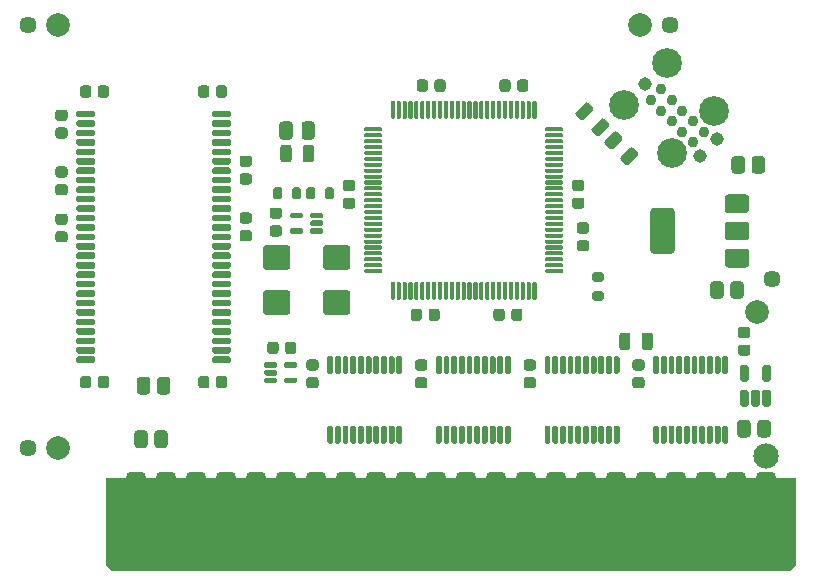
<source format=gts>
G04 #@! TF.GenerationSoftware,KiCad,Pcbnew,(5.1.10-1-10_14)*
G04 #@! TF.CreationDate,2021-05-31T18:26:13-04:00*
G04 #@! TF.ProjectId,RAM2GS,52414d32-4753-42e6-9b69-6361645f7063,2.0*
G04 #@! TF.SameCoordinates,Original*
G04 #@! TF.FileFunction,Soldermask,Top*
G04 #@! TF.FilePolarity,Negative*
%FSLAX46Y46*%
G04 Gerber Fmt 4.6, Leading zero omitted, Abs format (unit mm)*
G04 Created by KiCad (PCBNEW (5.1.10-1-10_14)) date 2021-05-31 18:26:13*
%MOMM*%
%LPD*%
G01*
G04 APERTURE LIST*
%ADD10C,0.100000*%
%ADD11C,1.448000*%
%ADD12C,2.000000*%
%ADD13C,2.524900*%
%ADD14C,0.937400*%
%ADD15C,1.140600*%
%ADD16C,2.150000*%
G04 APERTURE END LIST*
D10*
G36*
X113538000Y-139446000D02*
G01*
X113030000Y-139954000D01*
X55626000Y-139954000D01*
X55118000Y-139446000D01*
X55118000Y-132080000D01*
X113538000Y-132080000D01*
X113538000Y-139446000D01*
G37*
G36*
X113538000Y-139446000D02*
G01*
X113030000Y-139954000D01*
X55626000Y-139954000D01*
X55118000Y-139446000D01*
X55118000Y-132080000D01*
X113538000Y-132080000D01*
X113538000Y-139446000D01*
G37*
G36*
G01*
X72800000Y-102156250D02*
X72800000Y-103143750D01*
G75*
G02*
X72518750Y-103425000I-281250J0D01*
G01*
X71956250Y-103425000D01*
G75*
G02*
X71675000Y-103143750I0J281250D01*
G01*
X71675000Y-102156250D01*
G75*
G02*
X71956250Y-101875000I281250J0D01*
G01*
X72518750Y-101875000D01*
G75*
G02*
X72800000Y-102156250I0J-281250D01*
G01*
G37*
G36*
G01*
X70925000Y-102156250D02*
X70925000Y-103143750D01*
G75*
G02*
X70643750Y-103425000I-281250J0D01*
G01*
X70081250Y-103425000D01*
G75*
G02*
X69800000Y-103143750I0J281250D01*
G01*
X69800000Y-102156250D01*
G75*
G02*
X70081250Y-101875000I281250J0D01*
G01*
X70643750Y-101875000D01*
G75*
G02*
X70925000Y-102156250I0J-281250D01*
G01*
G37*
G36*
G01*
X69875000Y-105112500D02*
X69875000Y-104087500D01*
G75*
G02*
X70112500Y-103850000I237500J0D01*
G01*
X70587500Y-103850000D01*
G75*
G02*
X70825000Y-104087500I0J-237500D01*
G01*
X70825000Y-105112500D01*
G75*
G02*
X70587500Y-105350000I-237500J0D01*
G01*
X70112500Y-105350000D01*
G75*
G02*
X69875000Y-105112500I0J237500D01*
G01*
G37*
G36*
G01*
X71775000Y-105112500D02*
X71775000Y-104087500D01*
G75*
G02*
X72012500Y-103850000I237500J0D01*
G01*
X72487500Y-103850000D01*
G75*
G02*
X72725000Y-104087500I0J-237500D01*
G01*
X72725000Y-105112500D01*
G75*
G02*
X72487500Y-105350000I-237500J0D01*
G01*
X72012500Y-105350000D01*
G75*
G02*
X71775000Y-105112500I0J237500D01*
G01*
G37*
G36*
G01*
X76976000Y-102637000D02*
X76976000Y-102463000D01*
G75*
G02*
X77063000Y-102376000I87000J0D01*
G01*
X78412000Y-102376000D01*
G75*
G02*
X78499000Y-102463000I0J-87000D01*
G01*
X78499000Y-102637000D01*
G75*
G02*
X78412000Y-102724000I-87000J0D01*
G01*
X77063000Y-102724000D01*
G75*
G02*
X76976000Y-102637000I0J87000D01*
G01*
G37*
G36*
G01*
X76976000Y-103137000D02*
X76976000Y-102963000D01*
G75*
G02*
X77063000Y-102876000I87000J0D01*
G01*
X78412000Y-102876000D01*
G75*
G02*
X78499000Y-102963000I0J-87000D01*
G01*
X78499000Y-103137000D01*
G75*
G02*
X78412000Y-103224000I-87000J0D01*
G01*
X77063000Y-103224000D01*
G75*
G02*
X76976000Y-103137000I0J87000D01*
G01*
G37*
G36*
G01*
X76976000Y-103637000D02*
X76976000Y-103463000D01*
G75*
G02*
X77063000Y-103376000I87000J0D01*
G01*
X78412000Y-103376000D01*
G75*
G02*
X78499000Y-103463000I0J-87000D01*
G01*
X78499000Y-103637000D01*
G75*
G02*
X78412000Y-103724000I-87000J0D01*
G01*
X77063000Y-103724000D01*
G75*
G02*
X76976000Y-103637000I0J87000D01*
G01*
G37*
G36*
G01*
X76976000Y-104137000D02*
X76976000Y-103963000D01*
G75*
G02*
X77063000Y-103876000I87000J0D01*
G01*
X78412000Y-103876000D01*
G75*
G02*
X78499000Y-103963000I0J-87000D01*
G01*
X78499000Y-104137000D01*
G75*
G02*
X78412000Y-104224000I-87000J0D01*
G01*
X77063000Y-104224000D01*
G75*
G02*
X76976000Y-104137000I0J87000D01*
G01*
G37*
G36*
G01*
X76976000Y-104637000D02*
X76976000Y-104463000D01*
G75*
G02*
X77063000Y-104376000I87000J0D01*
G01*
X78412000Y-104376000D01*
G75*
G02*
X78499000Y-104463000I0J-87000D01*
G01*
X78499000Y-104637000D01*
G75*
G02*
X78412000Y-104724000I-87000J0D01*
G01*
X77063000Y-104724000D01*
G75*
G02*
X76976000Y-104637000I0J87000D01*
G01*
G37*
G36*
G01*
X76976000Y-105137000D02*
X76976000Y-104963000D01*
G75*
G02*
X77063000Y-104876000I87000J0D01*
G01*
X78412000Y-104876000D01*
G75*
G02*
X78499000Y-104963000I0J-87000D01*
G01*
X78499000Y-105137000D01*
G75*
G02*
X78412000Y-105224000I-87000J0D01*
G01*
X77063000Y-105224000D01*
G75*
G02*
X76976000Y-105137000I0J87000D01*
G01*
G37*
G36*
G01*
X76976000Y-105637000D02*
X76976000Y-105463000D01*
G75*
G02*
X77063000Y-105376000I87000J0D01*
G01*
X78412000Y-105376000D01*
G75*
G02*
X78499000Y-105463000I0J-87000D01*
G01*
X78499000Y-105637000D01*
G75*
G02*
X78412000Y-105724000I-87000J0D01*
G01*
X77063000Y-105724000D01*
G75*
G02*
X76976000Y-105637000I0J87000D01*
G01*
G37*
G36*
G01*
X76976000Y-106137000D02*
X76976000Y-105963000D01*
G75*
G02*
X77063000Y-105876000I87000J0D01*
G01*
X78412000Y-105876000D01*
G75*
G02*
X78499000Y-105963000I0J-87000D01*
G01*
X78499000Y-106137000D01*
G75*
G02*
X78412000Y-106224000I-87000J0D01*
G01*
X77063000Y-106224000D01*
G75*
G02*
X76976000Y-106137000I0J87000D01*
G01*
G37*
G36*
G01*
X76976000Y-106637000D02*
X76976000Y-106463000D01*
G75*
G02*
X77063000Y-106376000I87000J0D01*
G01*
X78412000Y-106376000D01*
G75*
G02*
X78499000Y-106463000I0J-87000D01*
G01*
X78499000Y-106637000D01*
G75*
G02*
X78412000Y-106724000I-87000J0D01*
G01*
X77063000Y-106724000D01*
G75*
G02*
X76976000Y-106637000I0J87000D01*
G01*
G37*
G36*
G01*
X76976000Y-107137000D02*
X76976000Y-106963000D01*
G75*
G02*
X77063000Y-106876000I87000J0D01*
G01*
X78412000Y-106876000D01*
G75*
G02*
X78499000Y-106963000I0J-87000D01*
G01*
X78499000Y-107137000D01*
G75*
G02*
X78412000Y-107224000I-87000J0D01*
G01*
X77063000Y-107224000D01*
G75*
G02*
X76976000Y-107137000I0J87000D01*
G01*
G37*
G36*
G01*
X76976000Y-107637000D02*
X76976000Y-107463000D01*
G75*
G02*
X77063000Y-107376000I87000J0D01*
G01*
X78412000Y-107376000D01*
G75*
G02*
X78499000Y-107463000I0J-87000D01*
G01*
X78499000Y-107637000D01*
G75*
G02*
X78412000Y-107724000I-87000J0D01*
G01*
X77063000Y-107724000D01*
G75*
G02*
X76976000Y-107637000I0J87000D01*
G01*
G37*
G36*
G01*
X76976000Y-108137000D02*
X76976000Y-107963000D01*
G75*
G02*
X77063000Y-107876000I87000J0D01*
G01*
X78412000Y-107876000D01*
G75*
G02*
X78499000Y-107963000I0J-87000D01*
G01*
X78499000Y-108137000D01*
G75*
G02*
X78412000Y-108224000I-87000J0D01*
G01*
X77063000Y-108224000D01*
G75*
G02*
X76976000Y-108137000I0J87000D01*
G01*
G37*
G36*
G01*
X76976000Y-108637000D02*
X76976000Y-108463000D01*
G75*
G02*
X77063000Y-108376000I87000J0D01*
G01*
X78412000Y-108376000D01*
G75*
G02*
X78499000Y-108463000I0J-87000D01*
G01*
X78499000Y-108637000D01*
G75*
G02*
X78412000Y-108724000I-87000J0D01*
G01*
X77063000Y-108724000D01*
G75*
G02*
X76976000Y-108637000I0J87000D01*
G01*
G37*
G36*
G01*
X76976000Y-109137000D02*
X76976000Y-108963000D01*
G75*
G02*
X77063000Y-108876000I87000J0D01*
G01*
X78412000Y-108876000D01*
G75*
G02*
X78499000Y-108963000I0J-87000D01*
G01*
X78499000Y-109137000D01*
G75*
G02*
X78412000Y-109224000I-87000J0D01*
G01*
X77063000Y-109224000D01*
G75*
G02*
X76976000Y-109137000I0J87000D01*
G01*
G37*
G36*
G01*
X76976000Y-109637000D02*
X76976000Y-109463000D01*
G75*
G02*
X77063000Y-109376000I87000J0D01*
G01*
X78412000Y-109376000D01*
G75*
G02*
X78499000Y-109463000I0J-87000D01*
G01*
X78499000Y-109637000D01*
G75*
G02*
X78412000Y-109724000I-87000J0D01*
G01*
X77063000Y-109724000D01*
G75*
G02*
X76976000Y-109637000I0J87000D01*
G01*
G37*
G36*
G01*
X76976000Y-110137000D02*
X76976000Y-109963000D01*
G75*
G02*
X77063000Y-109876000I87000J0D01*
G01*
X78412000Y-109876000D01*
G75*
G02*
X78499000Y-109963000I0J-87000D01*
G01*
X78499000Y-110137000D01*
G75*
G02*
X78412000Y-110224000I-87000J0D01*
G01*
X77063000Y-110224000D01*
G75*
G02*
X76976000Y-110137000I0J87000D01*
G01*
G37*
G36*
G01*
X76976000Y-110637000D02*
X76976000Y-110463000D01*
G75*
G02*
X77063000Y-110376000I87000J0D01*
G01*
X78412000Y-110376000D01*
G75*
G02*
X78499000Y-110463000I0J-87000D01*
G01*
X78499000Y-110637000D01*
G75*
G02*
X78412000Y-110724000I-87000J0D01*
G01*
X77063000Y-110724000D01*
G75*
G02*
X76976000Y-110637000I0J87000D01*
G01*
G37*
G36*
G01*
X76976000Y-111137000D02*
X76976000Y-110963000D01*
G75*
G02*
X77063000Y-110876000I87000J0D01*
G01*
X78412000Y-110876000D01*
G75*
G02*
X78499000Y-110963000I0J-87000D01*
G01*
X78499000Y-111137000D01*
G75*
G02*
X78412000Y-111224000I-87000J0D01*
G01*
X77063000Y-111224000D01*
G75*
G02*
X76976000Y-111137000I0J87000D01*
G01*
G37*
G36*
G01*
X76976000Y-111637000D02*
X76976000Y-111463000D01*
G75*
G02*
X77063000Y-111376000I87000J0D01*
G01*
X78412000Y-111376000D01*
G75*
G02*
X78499000Y-111463000I0J-87000D01*
G01*
X78499000Y-111637000D01*
G75*
G02*
X78412000Y-111724000I-87000J0D01*
G01*
X77063000Y-111724000D01*
G75*
G02*
X76976000Y-111637000I0J87000D01*
G01*
G37*
G36*
G01*
X76976000Y-112137000D02*
X76976000Y-111963000D01*
G75*
G02*
X77063000Y-111876000I87000J0D01*
G01*
X78412000Y-111876000D01*
G75*
G02*
X78499000Y-111963000I0J-87000D01*
G01*
X78499000Y-112137000D01*
G75*
G02*
X78412000Y-112224000I-87000J0D01*
G01*
X77063000Y-112224000D01*
G75*
G02*
X76976000Y-112137000I0J87000D01*
G01*
G37*
G36*
G01*
X76976000Y-112637000D02*
X76976000Y-112463000D01*
G75*
G02*
X77063000Y-112376000I87000J0D01*
G01*
X78412000Y-112376000D01*
G75*
G02*
X78499000Y-112463000I0J-87000D01*
G01*
X78499000Y-112637000D01*
G75*
G02*
X78412000Y-112724000I-87000J0D01*
G01*
X77063000Y-112724000D01*
G75*
G02*
X76976000Y-112637000I0J87000D01*
G01*
G37*
G36*
G01*
X76976000Y-113137000D02*
X76976000Y-112963000D01*
G75*
G02*
X77063000Y-112876000I87000J0D01*
G01*
X78412000Y-112876000D01*
G75*
G02*
X78499000Y-112963000I0J-87000D01*
G01*
X78499000Y-113137000D01*
G75*
G02*
X78412000Y-113224000I-87000J0D01*
G01*
X77063000Y-113224000D01*
G75*
G02*
X76976000Y-113137000I0J87000D01*
G01*
G37*
G36*
G01*
X76976000Y-113637000D02*
X76976000Y-113463000D01*
G75*
G02*
X77063000Y-113376000I87000J0D01*
G01*
X78412000Y-113376000D01*
G75*
G02*
X78499000Y-113463000I0J-87000D01*
G01*
X78499000Y-113637000D01*
G75*
G02*
X78412000Y-113724000I-87000J0D01*
G01*
X77063000Y-113724000D01*
G75*
G02*
X76976000Y-113637000I0J87000D01*
G01*
G37*
G36*
G01*
X76976000Y-114137000D02*
X76976000Y-113963000D01*
G75*
G02*
X77063000Y-113876000I87000J0D01*
G01*
X78412000Y-113876000D01*
G75*
G02*
X78499000Y-113963000I0J-87000D01*
G01*
X78499000Y-114137000D01*
G75*
G02*
X78412000Y-114224000I-87000J0D01*
G01*
X77063000Y-114224000D01*
G75*
G02*
X76976000Y-114137000I0J87000D01*
G01*
G37*
G36*
G01*
X76976000Y-114637000D02*
X76976000Y-114463000D01*
G75*
G02*
X77063000Y-114376000I87000J0D01*
G01*
X78412000Y-114376000D01*
G75*
G02*
X78499000Y-114463000I0J-87000D01*
G01*
X78499000Y-114637000D01*
G75*
G02*
X78412000Y-114724000I-87000J0D01*
G01*
X77063000Y-114724000D01*
G75*
G02*
X76976000Y-114637000I0J87000D01*
G01*
G37*
G36*
G01*
X79226000Y-116887000D02*
X79226000Y-115538000D01*
G75*
G02*
X79313000Y-115451000I87000J0D01*
G01*
X79487000Y-115451000D01*
G75*
G02*
X79574000Y-115538000I0J-87000D01*
G01*
X79574000Y-116887000D01*
G75*
G02*
X79487000Y-116974000I-87000J0D01*
G01*
X79313000Y-116974000D01*
G75*
G02*
X79226000Y-116887000I0J87000D01*
G01*
G37*
G36*
G01*
X79726000Y-116887000D02*
X79726000Y-115538000D01*
G75*
G02*
X79813000Y-115451000I87000J0D01*
G01*
X79987000Y-115451000D01*
G75*
G02*
X80074000Y-115538000I0J-87000D01*
G01*
X80074000Y-116887000D01*
G75*
G02*
X79987000Y-116974000I-87000J0D01*
G01*
X79813000Y-116974000D01*
G75*
G02*
X79726000Y-116887000I0J87000D01*
G01*
G37*
G36*
G01*
X80226000Y-116887000D02*
X80226000Y-115538000D01*
G75*
G02*
X80313000Y-115451000I87000J0D01*
G01*
X80487000Y-115451000D01*
G75*
G02*
X80574000Y-115538000I0J-87000D01*
G01*
X80574000Y-116887000D01*
G75*
G02*
X80487000Y-116974000I-87000J0D01*
G01*
X80313000Y-116974000D01*
G75*
G02*
X80226000Y-116887000I0J87000D01*
G01*
G37*
G36*
G01*
X80726000Y-116887000D02*
X80726000Y-115538000D01*
G75*
G02*
X80813000Y-115451000I87000J0D01*
G01*
X80987000Y-115451000D01*
G75*
G02*
X81074000Y-115538000I0J-87000D01*
G01*
X81074000Y-116887000D01*
G75*
G02*
X80987000Y-116974000I-87000J0D01*
G01*
X80813000Y-116974000D01*
G75*
G02*
X80726000Y-116887000I0J87000D01*
G01*
G37*
G36*
G01*
X81226000Y-116887000D02*
X81226000Y-115538000D01*
G75*
G02*
X81313000Y-115451000I87000J0D01*
G01*
X81487000Y-115451000D01*
G75*
G02*
X81574000Y-115538000I0J-87000D01*
G01*
X81574000Y-116887000D01*
G75*
G02*
X81487000Y-116974000I-87000J0D01*
G01*
X81313000Y-116974000D01*
G75*
G02*
X81226000Y-116887000I0J87000D01*
G01*
G37*
G36*
G01*
X81726000Y-116887000D02*
X81726000Y-115538000D01*
G75*
G02*
X81813000Y-115451000I87000J0D01*
G01*
X81987000Y-115451000D01*
G75*
G02*
X82074000Y-115538000I0J-87000D01*
G01*
X82074000Y-116887000D01*
G75*
G02*
X81987000Y-116974000I-87000J0D01*
G01*
X81813000Y-116974000D01*
G75*
G02*
X81726000Y-116887000I0J87000D01*
G01*
G37*
G36*
G01*
X82226000Y-116887000D02*
X82226000Y-115538000D01*
G75*
G02*
X82313000Y-115451000I87000J0D01*
G01*
X82487000Y-115451000D01*
G75*
G02*
X82574000Y-115538000I0J-87000D01*
G01*
X82574000Y-116887000D01*
G75*
G02*
X82487000Y-116974000I-87000J0D01*
G01*
X82313000Y-116974000D01*
G75*
G02*
X82226000Y-116887000I0J87000D01*
G01*
G37*
G36*
G01*
X82726000Y-116887000D02*
X82726000Y-115538000D01*
G75*
G02*
X82813000Y-115451000I87000J0D01*
G01*
X82987000Y-115451000D01*
G75*
G02*
X83074000Y-115538000I0J-87000D01*
G01*
X83074000Y-116887000D01*
G75*
G02*
X82987000Y-116974000I-87000J0D01*
G01*
X82813000Y-116974000D01*
G75*
G02*
X82726000Y-116887000I0J87000D01*
G01*
G37*
G36*
G01*
X83226000Y-116887000D02*
X83226000Y-115538000D01*
G75*
G02*
X83313000Y-115451000I87000J0D01*
G01*
X83487000Y-115451000D01*
G75*
G02*
X83574000Y-115538000I0J-87000D01*
G01*
X83574000Y-116887000D01*
G75*
G02*
X83487000Y-116974000I-87000J0D01*
G01*
X83313000Y-116974000D01*
G75*
G02*
X83226000Y-116887000I0J87000D01*
G01*
G37*
G36*
G01*
X83726000Y-116887000D02*
X83726000Y-115538000D01*
G75*
G02*
X83813000Y-115451000I87000J0D01*
G01*
X83987000Y-115451000D01*
G75*
G02*
X84074000Y-115538000I0J-87000D01*
G01*
X84074000Y-116887000D01*
G75*
G02*
X83987000Y-116974000I-87000J0D01*
G01*
X83813000Y-116974000D01*
G75*
G02*
X83726000Y-116887000I0J87000D01*
G01*
G37*
G36*
G01*
X84226000Y-116887000D02*
X84226000Y-115538000D01*
G75*
G02*
X84313000Y-115451000I87000J0D01*
G01*
X84487000Y-115451000D01*
G75*
G02*
X84574000Y-115538000I0J-87000D01*
G01*
X84574000Y-116887000D01*
G75*
G02*
X84487000Y-116974000I-87000J0D01*
G01*
X84313000Y-116974000D01*
G75*
G02*
X84226000Y-116887000I0J87000D01*
G01*
G37*
G36*
G01*
X84726000Y-116887000D02*
X84726000Y-115538000D01*
G75*
G02*
X84813000Y-115451000I87000J0D01*
G01*
X84987000Y-115451000D01*
G75*
G02*
X85074000Y-115538000I0J-87000D01*
G01*
X85074000Y-116887000D01*
G75*
G02*
X84987000Y-116974000I-87000J0D01*
G01*
X84813000Y-116974000D01*
G75*
G02*
X84726000Y-116887000I0J87000D01*
G01*
G37*
G36*
G01*
X85226000Y-116887000D02*
X85226000Y-115538000D01*
G75*
G02*
X85313000Y-115451000I87000J0D01*
G01*
X85487000Y-115451000D01*
G75*
G02*
X85574000Y-115538000I0J-87000D01*
G01*
X85574000Y-116887000D01*
G75*
G02*
X85487000Y-116974000I-87000J0D01*
G01*
X85313000Y-116974000D01*
G75*
G02*
X85226000Y-116887000I0J87000D01*
G01*
G37*
G36*
G01*
X85726000Y-116887000D02*
X85726000Y-115538000D01*
G75*
G02*
X85813000Y-115451000I87000J0D01*
G01*
X85987000Y-115451000D01*
G75*
G02*
X86074000Y-115538000I0J-87000D01*
G01*
X86074000Y-116887000D01*
G75*
G02*
X85987000Y-116974000I-87000J0D01*
G01*
X85813000Y-116974000D01*
G75*
G02*
X85726000Y-116887000I0J87000D01*
G01*
G37*
G36*
G01*
X86226000Y-116887000D02*
X86226000Y-115538000D01*
G75*
G02*
X86313000Y-115451000I87000J0D01*
G01*
X86487000Y-115451000D01*
G75*
G02*
X86574000Y-115538000I0J-87000D01*
G01*
X86574000Y-116887000D01*
G75*
G02*
X86487000Y-116974000I-87000J0D01*
G01*
X86313000Y-116974000D01*
G75*
G02*
X86226000Y-116887000I0J87000D01*
G01*
G37*
G36*
G01*
X86726000Y-116887000D02*
X86726000Y-115538000D01*
G75*
G02*
X86813000Y-115451000I87000J0D01*
G01*
X86987000Y-115451000D01*
G75*
G02*
X87074000Y-115538000I0J-87000D01*
G01*
X87074000Y-116887000D01*
G75*
G02*
X86987000Y-116974000I-87000J0D01*
G01*
X86813000Y-116974000D01*
G75*
G02*
X86726000Y-116887000I0J87000D01*
G01*
G37*
G36*
G01*
X87226000Y-116887000D02*
X87226000Y-115538000D01*
G75*
G02*
X87313000Y-115451000I87000J0D01*
G01*
X87487000Y-115451000D01*
G75*
G02*
X87574000Y-115538000I0J-87000D01*
G01*
X87574000Y-116887000D01*
G75*
G02*
X87487000Y-116974000I-87000J0D01*
G01*
X87313000Y-116974000D01*
G75*
G02*
X87226000Y-116887000I0J87000D01*
G01*
G37*
G36*
G01*
X87726000Y-116887000D02*
X87726000Y-115538000D01*
G75*
G02*
X87813000Y-115451000I87000J0D01*
G01*
X87987000Y-115451000D01*
G75*
G02*
X88074000Y-115538000I0J-87000D01*
G01*
X88074000Y-116887000D01*
G75*
G02*
X87987000Y-116974000I-87000J0D01*
G01*
X87813000Y-116974000D01*
G75*
G02*
X87726000Y-116887000I0J87000D01*
G01*
G37*
G36*
G01*
X88226000Y-116887000D02*
X88226000Y-115538000D01*
G75*
G02*
X88313000Y-115451000I87000J0D01*
G01*
X88487000Y-115451000D01*
G75*
G02*
X88574000Y-115538000I0J-87000D01*
G01*
X88574000Y-116887000D01*
G75*
G02*
X88487000Y-116974000I-87000J0D01*
G01*
X88313000Y-116974000D01*
G75*
G02*
X88226000Y-116887000I0J87000D01*
G01*
G37*
G36*
G01*
X88726000Y-116887000D02*
X88726000Y-115538000D01*
G75*
G02*
X88813000Y-115451000I87000J0D01*
G01*
X88987000Y-115451000D01*
G75*
G02*
X89074000Y-115538000I0J-87000D01*
G01*
X89074000Y-116887000D01*
G75*
G02*
X88987000Y-116974000I-87000J0D01*
G01*
X88813000Y-116974000D01*
G75*
G02*
X88726000Y-116887000I0J87000D01*
G01*
G37*
G36*
G01*
X89226000Y-116887000D02*
X89226000Y-115538000D01*
G75*
G02*
X89313000Y-115451000I87000J0D01*
G01*
X89487000Y-115451000D01*
G75*
G02*
X89574000Y-115538000I0J-87000D01*
G01*
X89574000Y-116887000D01*
G75*
G02*
X89487000Y-116974000I-87000J0D01*
G01*
X89313000Y-116974000D01*
G75*
G02*
X89226000Y-116887000I0J87000D01*
G01*
G37*
G36*
G01*
X89726000Y-116887000D02*
X89726000Y-115538000D01*
G75*
G02*
X89813000Y-115451000I87000J0D01*
G01*
X89987000Y-115451000D01*
G75*
G02*
X90074000Y-115538000I0J-87000D01*
G01*
X90074000Y-116887000D01*
G75*
G02*
X89987000Y-116974000I-87000J0D01*
G01*
X89813000Y-116974000D01*
G75*
G02*
X89726000Y-116887000I0J87000D01*
G01*
G37*
G36*
G01*
X90226000Y-116887000D02*
X90226000Y-115538000D01*
G75*
G02*
X90313000Y-115451000I87000J0D01*
G01*
X90487000Y-115451000D01*
G75*
G02*
X90574000Y-115538000I0J-87000D01*
G01*
X90574000Y-116887000D01*
G75*
G02*
X90487000Y-116974000I-87000J0D01*
G01*
X90313000Y-116974000D01*
G75*
G02*
X90226000Y-116887000I0J87000D01*
G01*
G37*
G36*
G01*
X90726000Y-116887000D02*
X90726000Y-115538000D01*
G75*
G02*
X90813000Y-115451000I87000J0D01*
G01*
X90987000Y-115451000D01*
G75*
G02*
X91074000Y-115538000I0J-87000D01*
G01*
X91074000Y-116887000D01*
G75*
G02*
X90987000Y-116974000I-87000J0D01*
G01*
X90813000Y-116974000D01*
G75*
G02*
X90726000Y-116887000I0J87000D01*
G01*
G37*
G36*
G01*
X91226000Y-116887000D02*
X91226000Y-115538000D01*
G75*
G02*
X91313000Y-115451000I87000J0D01*
G01*
X91487000Y-115451000D01*
G75*
G02*
X91574000Y-115538000I0J-87000D01*
G01*
X91574000Y-116887000D01*
G75*
G02*
X91487000Y-116974000I-87000J0D01*
G01*
X91313000Y-116974000D01*
G75*
G02*
X91226000Y-116887000I0J87000D01*
G01*
G37*
G36*
G01*
X92301000Y-114637000D02*
X92301000Y-114463000D01*
G75*
G02*
X92388000Y-114376000I87000J0D01*
G01*
X93737000Y-114376000D01*
G75*
G02*
X93824000Y-114463000I0J-87000D01*
G01*
X93824000Y-114637000D01*
G75*
G02*
X93737000Y-114724000I-87000J0D01*
G01*
X92388000Y-114724000D01*
G75*
G02*
X92301000Y-114637000I0J87000D01*
G01*
G37*
G36*
G01*
X92301000Y-114137000D02*
X92301000Y-113963000D01*
G75*
G02*
X92388000Y-113876000I87000J0D01*
G01*
X93737000Y-113876000D01*
G75*
G02*
X93824000Y-113963000I0J-87000D01*
G01*
X93824000Y-114137000D01*
G75*
G02*
X93737000Y-114224000I-87000J0D01*
G01*
X92388000Y-114224000D01*
G75*
G02*
X92301000Y-114137000I0J87000D01*
G01*
G37*
G36*
G01*
X92301000Y-113637000D02*
X92301000Y-113463000D01*
G75*
G02*
X92388000Y-113376000I87000J0D01*
G01*
X93737000Y-113376000D01*
G75*
G02*
X93824000Y-113463000I0J-87000D01*
G01*
X93824000Y-113637000D01*
G75*
G02*
X93737000Y-113724000I-87000J0D01*
G01*
X92388000Y-113724000D01*
G75*
G02*
X92301000Y-113637000I0J87000D01*
G01*
G37*
G36*
G01*
X92301000Y-113137000D02*
X92301000Y-112963000D01*
G75*
G02*
X92388000Y-112876000I87000J0D01*
G01*
X93737000Y-112876000D01*
G75*
G02*
X93824000Y-112963000I0J-87000D01*
G01*
X93824000Y-113137000D01*
G75*
G02*
X93737000Y-113224000I-87000J0D01*
G01*
X92388000Y-113224000D01*
G75*
G02*
X92301000Y-113137000I0J87000D01*
G01*
G37*
G36*
G01*
X92301000Y-112637000D02*
X92301000Y-112463000D01*
G75*
G02*
X92388000Y-112376000I87000J0D01*
G01*
X93737000Y-112376000D01*
G75*
G02*
X93824000Y-112463000I0J-87000D01*
G01*
X93824000Y-112637000D01*
G75*
G02*
X93737000Y-112724000I-87000J0D01*
G01*
X92388000Y-112724000D01*
G75*
G02*
X92301000Y-112637000I0J87000D01*
G01*
G37*
G36*
G01*
X92301000Y-112137000D02*
X92301000Y-111963000D01*
G75*
G02*
X92388000Y-111876000I87000J0D01*
G01*
X93737000Y-111876000D01*
G75*
G02*
X93824000Y-111963000I0J-87000D01*
G01*
X93824000Y-112137000D01*
G75*
G02*
X93737000Y-112224000I-87000J0D01*
G01*
X92388000Y-112224000D01*
G75*
G02*
X92301000Y-112137000I0J87000D01*
G01*
G37*
G36*
G01*
X92301000Y-111637000D02*
X92301000Y-111463000D01*
G75*
G02*
X92388000Y-111376000I87000J0D01*
G01*
X93737000Y-111376000D01*
G75*
G02*
X93824000Y-111463000I0J-87000D01*
G01*
X93824000Y-111637000D01*
G75*
G02*
X93737000Y-111724000I-87000J0D01*
G01*
X92388000Y-111724000D01*
G75*
G02*
X92301000Y-111637000I0J87000D01*
G01*
G37*
G36*
G01*
X92301000Y-111137000D02*
X92301000Y-110963000D01*
G75*
G02*
X92388000Y-110876000I87000J0D01*
G01*
X93737000Y-110876000D01*
G75*
G02*
X93824000Y-110963000I0J-87000D01*
G01*
X93824000Y-111137000D01*
G75*
G02*
X93737000Y-111224000I-87000J0D01*
G01*
X92388000Y-111224000D01*
G75*
G02*
X92301000Y-111137000I0J87000D01*
G01*
G37*
G36*
G01*
X92301000Y-110637000D02*
X92301000Y-110463000D01*
G75*
G02*
X92388000Y-110376000I87000J0D01*
G01*
X93737000Y-110376000D01*
G75*
G02*
X93824000Y-110463000I0J-87000D01*
G01*
X93824000Y-110637000D01*
G75*
G02*
X93737000Y-110724000I-87000J0D01*
G01*
X92388000Y-110724000D01*
G75*
G02*
X92301000Y-110637000I0J87000D01*
G01*
G37*
G36*
G01*
X92301000Y-110137000D02*
X92301000Y-109963000D01*
G75*
G02*
X92388000Y-109876000I87000J0D01*
G01*
X93737000Y-109876000D01*
G75*
G02*
X93824000Y-109963000I0J-87000D01*
G01*
X93824000Y-110137000D01*
G75*
G02*
X93737000Y-110224000I-87000J0D01*
G01*
X92388000Y-110224000D01*
G75*
G02*
X92301000Y-110137000I0J87000D01*
G01*
G37*
G36*
G01*
X92301000Y-109637000D02*
X92301000Y-109463000D01*
G75*
G02*
X92388000Y-109376000I87000J0D01*
G01*
X93737000Y-109376000D01*
G75*
G02*
X93824000Y-109463000I0J-87000D01*
G01*
X93824000Y-109637000D01*
G75*
G02*
X93737000Y-109724000I-87000J0D01*
G01*
X92388000Y-109724000D01*
G75*
G02*
X92301000Y-109637000I0J87000D01*
G01*
G37*
G36*
G01*
X92301000Y-109137000D02*
X92301000Y-108963000D01*
G75*
G02*
X92388000Y-108876000I87000J0D01*
G01*
X93737000Y-108876000D01*
G75*
G02*
X93824000Y-108963000I0J-87000D01*
G01*
X93824000Y-109137000D01*
G75*
G02*
X93737000Y-109224000I-87000J0D01*
G01*
X92388000Y-109224000D01*
G75*
G02*
X92301000Y-109137000I0J87000D01*
G01*
G37*
G36*
G01*
X92301000Y-108637000D02*
X92301000Y-108463000D01*
G75*
G02*
X92388000Y-108376000I87000J0D01*
G01*
X93737000Y-108376000D01*
G75*
G02*
X93824000Y-108463000I0J-87000D01*
G01*
X93824000Y-108637000D01*
G75*
G02*
X93737000Y-108724000I-87000J0D01*
G01*
X92388000Y-108724000D01*
G75*
G02*
X92301000Y-108637000I0J87000D01*
G01*
G37*
G36*
G01*
X92301000Y-108137000D02*
X92301000Y-107963000D01*
G75*
G02*
X92388000Y-107876000I87000J0D01*
G01*
X93737000Y-107876000D01*
G75*
G02*
X93824000Y-107963000I0J-87000D01*
G01*
X93824000Y-108137000D01*
G75*
G02*
X93737000Y-108224000I-87000J0D01*
G01*
X92388000Y-108224000D01*
G75*
G02*
X92301000Y-108137000I0J87000D01*
G01*
G37*
G36*
G01*
X92301000Y-107637000D02*
X92301000Y-107463000D01*
G75*
G02*
X92388000Y-107376000I87000J0D01*
G01*
X93737000Y-107376000D01*
G75*
G02*
X93824000Y-107463000I0J-87000D01*
G01*
X93824000Y-107637000D01*
G75*
G02*
X93737000Y-107724000I-87000J0D01*
G01*
X92388000Y-107724000D01*
G75*
G02*
X92301000Y-107637000I0J87000D01*
G01*
G37*
G36*
G01*
X92301000Y-107137000D02*
X92301000Y-106963000D01*
G75*
G02*
X92388000Y-106876000I87000J0D01*
G01*
X93737000Y-106876000D01*
G75*
G02*
X93824000Y-106963000I0J-87000D01*
G01*
X93824000Y-107137000D01*
G75*
G02*
X93737000Y-107224000I-87000J0D01*
G01*
X92388000Y-107224000D01*
G75*
G02*
X92301000Y-107137000I0J87000D01*
G01*
G37*
G36*
G01*
X92301000Y-106637000D02*
X92301000Y-106463000D01*
G75*
G02*
X92388000Y-106376000I87000J0D01*
G01*
X93737000Y-106376000D01*
G75*
G02*
X93824000Y-106463000I0J-87000D01*
G01*
X93824000Y-106637000D01*
G75*
G02*
X93737000Y-106724000I-87000J0D01*
G01*
X92388000Y-106724000D01*
G75*
G02*
X92301000Y-106637000I0J87000D01*
G01*
G37*
G36*
G01*
X92301000Y-106137000D02*
X92301000Y-105963000D01*
G75*
G02*
X92388000Y-105876000I87000J0D01*
G01*
X93737000Y-105876000D01*
G75*
G02*
X93824000Y-105963000I0J-87000D01*
G01*
X93824000Y-106137000D01*
G75*
G02*
X93737000Y-106224000I-87000J0D01*
G01*
X92388000Y-106224000D01*
G75*
G02*
X92301000Y-106137000I0J87000D01*
G01*
G37*
G36*
G01*
X92301000Y-105637000D02*
X92301000Y-105463000D01*
G75*
G02*
X92388000Y-105376000I87000J0D01*
G01*
X93737000Y-105376000D01*
G75*
G02*
X93824000Y-105463000I0J-87000D01*
G01*
X93824000Y-105637000D01*
G75*
G02*
X93737000Y-105724000I-87000J0D01*
G01*
X92388000Y-105724000D01*
G75*
G02*
X92301000Y-105637000I0J87000D01*
G01*
G37*
G36*
G01*
X92301000Y-105137000D02*
X92301000Y-104963000D01*
G75*
G02*
X92388000Y-104876000I87000J0D01*
G01*
X93737000Y-104876000D01*
G75*
G02*
X93824000Y-104963000I0J-87000D01*
G01*
X93824000Y-105137000D01*
G75*
G02*
X93737000Y-105224000I-87000J0D01*
G01*
X92388000Y-105224000D01*
G75*
G02*
X92301000Y-105137000I0J87000D01*
G01*
G37*
G36*
G01*
X92301000Y-104637000D02*
X92301000Y-104463000D01*
G75*
G02*
X92388000Y-104376000I87000J0D01*
G01*
X93737000Y-104376000D01*
G75*
G02*
X93824000Y-104463000I0J-87000D01*
G01*
X93824000Y-104637000D01*
G75*
G02*
X93737000Y-104724000I-87000J0D01*
G01*
X92388000Y-104724000D01*
G75*
G02*
X92301000Y-104637000I0J87000D01*
G01*
G37*
G36*
G01*
X92301000Y-104137000D02*
X92301000Y-103963000D01*
G75*
G02*
X92388000Y-103876000I87000J0D01*
G01*
X93737000Y-103876000D01*
G75*
G02*
X93824000Y-103963000I0J-87000D01*
G01*
X93824000Y-104137000D01*
G75*
G02*
X93737000Y-104224000I-87000J0D01*
G01*
X92388000Y-104224000D01*
G75*
G02*
X92301000Y-104137000I0J87000D01*
G01*
G37*
G36*
G01*
X92301000Y-103637000D02*
X92301000Y-103463000D01*
G75*
G02*
X92388000Y-103376000I87000J0D01*
G01*
X93737000Y-103376000D01*
G75*
G02*
X93824000Y-103463000I0J-87000D01*
G01*
X93824000Y-103637000D01*
G75*
G02*
X93737000Y-103724000I-87000J0D01*
G01*
X92388000Y-103724000D01*
G75*
G02*
X92301000Y-103637000I0J87000D01*
G01*
G37*
G36*
G01*
X92301000Y-103137000D02*
X92301000Y-102963000D01*
G75*
G02*
X92388000Y-102876000I87000J0D01*
G01*
X93737000Y-102876000D01*
G75*
G02*
X93824000Y-102963000I0J-87000D01*
G01*
X93824000Y-103137000D01*
G75*
G02*
X93737000Y-103224000I-87000J0D01*
G01*
X92388000Y-103224000D01*
G75*
G02*
X92301000Y-103137000I0J87000D01*
G01*
G37*
G36*
G01*
X92301000Y-102637000D02*
X92301000Y-102463000D01*
G75*
G02*
X92388000Y-102376000I87000J0D01*
G01*
X93737000Y-102376000D01*
G75*
G02*
X93824000Y-102463000I0J-87000D01*
G01*
X93824000Y-102637000D01*
G75*
G02*
X93737000Y-102724000I-87000J0D01*
G01*
X92388000Y-102724000D01*
G75*
G02*
X92301000Y-102637000I0J87000D01*
G01*
G37*
G36*
G01*
X91226000Y-101562000D02*
X91226000Y-100213000D01*
G75*
G02*
X91313000Y-100126000I87000J0D01*
G01*
X91487000Y-100126000D01*
G75*
G02*
X91574000Y-100213000I0J-87000D01*
G01*
X91574000Y-101562000D01*
G75*
G02*
X91487000Y-101649000I-87000J0D01*
G01*
X91313000Y-101649000D01*
G75*
G02*
X91226000Y-101562000I0J87000D01*
G01*
G37*
G36*
G01*
X90726000Y-101562000D02*
X90726000Y-100213000D01*
G75*
G02*
X90813000Y-100126000I87000J0D01*
G01*
X90987000Y-100126000D01*
G75*
G02*
X91074000Y-100213000I0J-87000D01*
G01*
X91074000Y-101562000D01*
G75*
G02*
X90987000Y-101649000I-87000J0D01*
G01*
X90813000Y-101649000D01*
G75*
G02*
X90726000Y-101562000I0J87000D01*
G01*
G37*
G36*
G01*
X90226000Y-101562000D02*
X90226000Y-100213000D01*
G75*
G02*
X90313000Y-100126000I87000J0D01*
G01*
X90487000Y-100126000D01*
G75*
G02*
X90574000Y-100213000I0J-87000D01*
G01*
X90574000Y-101562000D01*
G75*
G02*
X90487000Y-101649000I-87000J0D01*
G01*
X90313000Y-101649000D01*
G75*
G02*
X90226000Y-101562000I0J87000D01*
G01*
G37*
G36*
G01*
X89726000Y-101562000D02*
X89726000Y-100213000D01*
G75*
G02*
X89813000Y-100126000I87000J0D01*
G01*
X89987000Y-100126000D01*
G75*
G02*
X90074000Y-100213000I0J-87000D01*
G01*
X90074000Y-101562000D01*
G75*
G02*
X89987000Y-101649000I-87000J0D01*
G01*
X89813000Y-101649000D01*
G75*
G02*
X89726000Y-101562000I0J87000D01*
G01*
G37*
G36*
G01*
X89226000Y-101562000D02*
X89226000Y-100213000D01*
G75*
G02*
X89313000Y-100126000I87000J0D01*
G01*
X89487000Y-100126000D01*
G75*
G02*
X89574000Y-100213000I0J-87000D01*
G01*
X89574000Y-101562000D01*
G75*
G02*
X89487000Y-101649000I-87000J0D01*
G01*
X89313000Y-101649000D01*
G75*
G02*
X89226000Y-101562000I0J87000D01*
G01*
G37*
G36*
G01*
X88726000Y-101562000D02*
X88726000Y-100213000D01*
G75*
G02*
X88813000Y-100126000I87000J0D01*
G01*
X88987000Y-100126000D01*
G75*
G02*
X89074000Y-100213000I0J-87000D01*
G01*
X89074000Y-101562000D01*
G75*
G02*
X88987000Y-101649000I-87000J0D01*
G01*
X88813000Y-101649000D01*
G75*
G02*
X88726000Y-101562000I0J87000D01*
G01*
G37*
G36*
G01*
X88226000Y-101562000D02*
X88226000Y-100213000D01*
G75*
G02*
X88313000Y-100126000I87000J0D01*
G01*
X88487000Y-100126000D01*
G75*
G02*
X88574000Y-100213000I0J-87000D01*
G01*
X88574000Y-101562000D01*
G75*
G02*
X88487000Y-101649000I-87000J0D01*
G01*
X88313000Y-101649000D01*
G75*
G02*
X88226000Y-101562000I0J87000D01*
G01*
G37*
G36*
G01*
X87726000Y-101562000D02*
X87726000Y-100213000D01*
G75*
G02*
X87813000Y-100126000I87000J0D01*
G01*
X87987000Y-100126000D01*
G75*
G02*
X88074000Y-100213000I0J-87000D01*
G01*
X88074000Y-101562000D01*
G75*
G02*
X87987000Y-101649000I-87000J0D01*
G01*
X87813000Y-101649000D01*
G75*
G02*
X87726000Y-101562000I0J87000D01*
G01*
G37*
G36*
G01*
X87226000Y-101562000D02*
X87226000Y-100213000D01*
G75*
G02*
X87313000Y-100126000I87000J0D01*
G01*
X87487000Y-100126000D01*
G75*
G02*
X87574000Y-100213000I0J-87000D01*
G01*
X87574000Y-101562000D01*
G75*
G02*
X87487000Y-101649000I-87000J0D01*
G01*
X87313000Y-101649000D01*
G75*
G02*
X87226000Y-101562000I0J87000D01*
G01*
G37*
G36*
G01*
X86726000Y-101562000D02*
X86726000Y-100213000D01*
G75*
G02*
X86813000Y-100126000I87000J0D01*
G01*
X86987000Y-100126000D01*
G75*
G02*
X87074000Y-100213000I0J-87000D01*
G01*
X87074000Y-101562000D01*
G75*
G02*
X86987000Y-101649000I-87000J0D01*
G01*
X86813000Y-101649000D01*
G75*
G02*
X86726000Y-101562000I0J87000D01*
G01*
G37*
G36*
G01*
X86226000Y-101562000D02*
X86226000Y-100213000D01*
G75*
G02*
X86313000Y-100126000I87000J0D01*
G01*
X86487000Y-100126000D01*
G75*
G02*
X86574000Y-100213000I0J-87000D01*
G01*
X86574000Y-101562000D01*
G75*
G02*
X86487000Y-101649000I-87000J0D01*
G01*
X86313000Y-101649000D01*
G75*
G02*
X86226000Y-101562000I0J87000D01*
G01*
G37*
G36*
G01*
X85726000Y-101562000D02*
X85726000Y-100213000D01*
G75*
G02*
X85813000Y-100126000I87000J0D01*
G01*
X85987000Y-100126000D01*
G75*
G02*
X86074000Y-100213000I0J-87000D01*
G01*
X86074000Y-101562000D01*
G75*
G02*
X85987000Y-101649000I-87000J0D01*
G01*
X85813000Y-101649000D01*
G75*
G02*
X85726000Y-101562000I0J87000D01*
G01*
G37*
G36*
G01*
X85226000Y-101562000D02*
X85226000Y-100213000D01*
G75*
G02*
X85313000Y-100126000I87000J0D01*
G01*
X85487000Y-100126000D01*
G75*
G02*
X85574000Y-100213000I0J-87000D01*
G01*
X85574000Y-101562000D01*
G75*
G02*
X85487000Y-101649000I-87000J0D01*
G01*
X85313000Y-101649000D01*
G75*
G02*
X85226000Y-101562000I0J87000D01*
G01*
G37*
G36*
G01*
X84726000Y-101562000D02*
X84726000Y-100213000D01*
G75*
G02*
X84813000Y-100126000I87000J0D01*
G01*
X84987000Y-100126000D01*
G75*
G02*
X85074000Y-100213000I0J-87000D01*
G01*
X85074000Y-101562000D01*
G75*
G02*
X84987000Y-101649000I-87000J0D01*
G01*
X84813000Y-101649000D01*
G75*
G02*
X84726000Y-101562000I0J87000D01*
G01*
G37*
G36*
G01*
X84226000Y-101562000D02*
X84226000Y-100213000D01*
G75*
G02*
X84313000Y-100126000I87000J0D01*
G01*
X84487000Y-100126000D01*
G75*
G02*
X84574000Y-100213000I0J-87000D01*
G01*
X84574000Y-101562000D01*
G75*
G02*
X84487000Y-101649000I-87000J0D01*
G01*
X84313000Y-101649000D01*
G75*
G02*
X84226000Y-101562000I0J87000D01*
G01*
G37*
G36*
G01*
X83726000Y-101562000D02*
X83726000Y-100213000D01*
G75*
G02*
X83813000Y-100126000I87000J0D01*
G01*
X83987000Y-100126000D01*
G75*
G02*
X84074000Y-100213000I0J-87000D01*
G01*
X84074000Y-101562000D01*
G75*
G02*
X83987000Y-101649000I-87000J0D01*
G01*
X83813000Y-101649000D01*
G75*
G02*
X83726000Y-101562000I0J87000D01*
G01*
G37*
G36*
G01*
X83226000Y-101562000D02*
X83226000Y-100213000D01*
G75*
G02*
X83313000Y-100126000I87000J0D01*
G01*
X83487000Y-100126000D01*
G75*
G02*
X83574000Y-100213000I0J-87000D01*
G01*
X83574000Y-101562000D01*
G75*
G02*
X83487000Y-101649000I-87000J0D01*
G01*
X83313000Y-101649000D01*
G75*
G02*
X83226000Y-101562000I0J87000D01*
G01*
G37*
G36*
G01*
X82726000Y-101562000D02*
X82726000Y-100213000D01*
G75*
G02*
X82813000Y-100126000I87000J0D01*
G01*
X82987000Y-100126000D01*
G75*
G02*
X83074000Y-100213000I0J-87000D01*
G01*
X83074000Y-101562000D01*
G75*
G02*
X82987000Y-101649000I-87000J0D01*
G01*
X82813000Y-101649000D01*
G75*
G02*
X82726000Y-101562000I0J87000D01*
G01*
G37*
G36*
G01*
X82226000Y-101562000D02*
X82226000Y-100213000D01*
G75*
G02*
X82313000Y-100126000I87000J0D01*
G01*
X82487000Y-100126000D01*
G75*
G02*
X82574000Y-100213000I0J-87000D01*
G01*
X82574000Y-101562000D01*
G75*
G02*
X82487000Y-101649000I-87000J0D01*
G01*
X82313000Y-101649000D01*
G75*
G02*
X82226000Y-101562000I0J87000D01*
G01*
G37*
G36*
G01*
X81726000Y-101562000D02*
X81726000Y-100213000D01*
G75*
G02*
X81813000Y-100126000I87000J0D01*
G01*
X81987000Y-100126000D01*
G75*
G02*
X82074000Y-100213000I0J-87000D01*
G01*
X82074000Y-101562000D01*
G75*
G02*
X81987000Y-101649000I-87000J0D01*
G01*
X81813000Y-101649000D01*
G75*
G02*
X81726000Y-101562000I0J87000D01*
G01*
G37*
G36*
G01*
X81226000Y-101562000D02*
X81226000Y-100213000D01*
G75*
G02*
X81313000Y-100126000I87000J0D01*
G01*
X81487000Y-100126000D01*
G75*
G02*
X81574000Y-100213000I0J-87000D01*
G01*
X81574000Y-101562000D01*
G75*
G02*
X81487000Y-101649000I-87000J0D01*
G01*
X81313000Y-101649000D01*
G75*
G02*
X81226000Y-101562000I0J87000D01*
G01*
G37*
G36*
G01*
X80726000Y-101562000D02*
X80726000Y-100213000D01*
G75*
G02*
X80813000Y-100126000I87000J0D01*
G01*
X80987000Y-100126000D01*
G75*
G02*
X81074000Y-100213000I0J-87000D01*
G01*
X81074000Y-101562000D01*
G75*
G02*
X80987000Y-101649000I-87000J0D01*
G01*
X80813000Y-101649000D01*
G75*
G02*
X80726000Y-101562000I0J87000D01*
G01*
G37*
G36*
G01*
X80226000Y-101562000D02*
X80226000Y-100213000D01*
G75*
G02*
X80313000Y-100126000I87000J0D01*
G01*
X80487000Y-100126000D01*
G75*
G02*
X80574000Y-100213000I0J-87000D01*
G01*
X80574000Y-101562000D01*
G75*
G02*
X80487000Y-101649000I-87000J0D01*
G01*
X80313000Y-101649000D01*
G75*
G02*
X80226000Y-101562000I0J87000D01*
G01*
G37*
G36*
G01*
X79726000Y-101562000D02*
X79726000Y-100213000D01*
G75*
G02*
X79813000Y-100126000I87000J0D01*
G01*
X79987000Y-100126000D01*
G75*
G02*
X80074000Y-100213000I0J-87000D01*
G01*
X80074000Y-101562000D01*
G75*
G02*
X79987000Y-101649000I-87000J0D01*
G01*
X79813000Y-101649000D01*
G75*
G02*
X79726000Y-101562000I0J87000D01*
G01*
G37*
G36*
G01*
X79226000Y-101562000D02*
X79226000Y-100213000D01*
G75*
G02*
X79313000Y-100126000I87000J0D01*
G01*
X79487000Y-100126000D01*
G75*
G02*
X79574000Y-100213000I0J-87000D01*
G01*
X79574000Y-101562000D01*
G75*
G02*
X79487000Y-101649000I-87000J0D01*
G01*
X79313000Y-101649000D01*
G75*
G02*
X79226000Y-101562000I0J87000D01*
G01*
G37*
G36*
G01*
X109587000Y-112970000D02*
X109587000Y-113930000D01*
G75*
G02*
X109267000Y-114250000I-320000J0D01*
G01*
X107807000Y-114250000D01*
G75*
G02*
X107487000Y-113930000I0J320000D01*
G01*
X107487000Y-112970000D01*
G75*
G02*
X107807000Y-112650000I320000J0D01*
G01*
X109267000Y-112650000D01*
G75*
G02*
X109587000Y-112970000I0J-320000D01*
G01*
G37*
G36*
G01*
X109587000Y-108370000D02*
X109587000Y-109330000D01*
G75*
G02*
X109267000Y-109650000I-320000J0D01*
G01*
X107807000Y-109650000D01*
G75*
G02*
X107487000Y-109330000I0J320000D01*
G01*
X107487000Y-108370000D01*
G75*
G02*
X107807000Y-108050000I320000J0D01*
G01*
X109267000Y-108050000D01*
G75*
G02*
X109587000Y-108370000I0J-320000D01*
G01*
G37*
G36*
G01*
X109587000Y-110670000D02*
X109587000Y-111630000D01*
G75*
G02*
X109267000Y-111950000I-320000J0D01*
G01*
X107807000Y-111950000D01*
G75*
G02*
X107487000Y-111630000I0J320000D01*
G01*
X107487000Y-110670000D01*
G75*
G02*
X107807000Y-110350000I320000J0D01*
G01*
X109267000Y-110350000D01*
G75*
G02*
X109587000Y-110670000I0J-320000D01*
G01*
G37*
G36*
G01*
X103287000Y-109515000D02*
X103287000Y-112785000D01*
G75*
G02*
X102972000Y-113100000I-315000J0D01*
G01*
X101502000Y-113100000D01*
G75*
G02*
X101187000Y-112785000I0J315000D01*
G01*
X101187000Y-109515000D01*
G75*
G02*
X101502000Y-109200000I315000J0D01*
G01*
X102972000Y-109200000D01*
G75*
G02*
X103287000Y-109515000I0J-315000D01*
G01*
G37*
G36*
G01*
X109337500Y-126025000D02*
X108962500Y-126025000D01*
G75*
G02*
X108775000Y-125837500I0J187500D01*
G01*
X108775000Y-124762500D01*
G75*
G02*
X108962500Y-124575000I187500J0D01*
G01*
X109337500Y-124575000D01*
G75*
G02*
X109525000Y-124762500I0J-187500D01*
G01*
X109525000Y-125837500D01*
G75*
G02*
X109337500Y-126025000I-187500J0D01*
G01*
G37*
G36*
G01*
X111237500Y-126025000D02*
X110862500Y-126025000D01*
G75*
G02*
X110675000Y-125837500I0J187500D01*
G01*
X110675000Y-124762500D01*
G75*
G02*
X110862500Y-124575000I187500J0D01*
G01*
X111237500Y-124575000D01*
G75*
G02*
X111425000Y-124762500I0J-187500D01*
G01*
X111425000Y-125837500D01*
G75*
G02*
X111237500Y-126025000I-187500J0D01*
G01*
G37*
G36*
G01*
X110287500Y-126025000D02*
X109912500Y-126025000D01*
G75*
G02*
X109725000Y-125837500I0J187500D01*
G01*
X109725000Y-124762500D01*
G75*
G02*
X109912500Y-124575000I187500J0D01*
G01*
X110287500Y-124575000D01*
G75*
G02*
X110475000Y-124762500I0J-187500D01*
G01*
X110475000Y-125837500D01*
G75*
G02*
X110287500Y-126025000I-187500J0D01*
G01*
G37*
G36*
G01*
X109337500Y-123925000D02*
X108962500Y-123925000D01*
G75*
G02*
X108775000Y-123737500I0J187500D01*
G01*
X108775000Y-122662500D01*
G75*
G02*
X108962500Y-122475000I187500J0D01*
G01*
X109337500Y-122475000D01*
G75*
G02*
X109525000Y-122662500I0J-187500D01*
G01*
X109525000Y-123737500D01*
G75*
G02*
X109337500Y-123925000I-187500J0D01*
G01*
G37*
G36*
G01*
X111237500Y-123925000D02*
X110862500Y-123925000D01*
G75*
G02*
X110675000Y-123737500I0J187500D01*
G01*
X110675000Y-122662500D01*
G75*
G02*
X110862500Y-122475000I187500J0D01*
G01*
X111237500Y-122475000D01*
G75*
G02*
X111425000Y-122662500I0J-187500D01*
G01*
X111425000Y-123737500D01*
G75*
G02*
X111237500Y-123925000I-187500J0D01*
G01*
G37*
G36*
G01*
X99525000Y-119987500D02*
X99525000Y-121012500D01*
G75*
G02*
X99287500Y-121250000I-237500J0D01*
G01*
X98812500Y-121250000D01*
G75*
G02*
X98575000Y-121012500I0J237500D01*
G01*
X98575000Y-119987500D01*
G75*
G02*
X98812500Y-119750000I237500J0D01*
G01*
X99287500Y-119750000D01*
G75*
G02*
X99525000Y-119987500I0J-237500D01*
G01*
G37*
G36*
G01*
X101425000Y-119987500D02*
X101425000Y-121012500D01*
G75*
G02*
X101187500Y-121250000I-237500J0D01*
G01*
X100712500Y-121250000D01*
G75*
G02*
X100475000Y-121012500I0J237500D01*
G01*
X100475000Y-119987500D01*
G75*
G02*
X100712500Y-119750000I237500J0D01*
G01*
X101187500Y-119750000D01*
G75*
G02*
X101425000Y-119987500I0J-237500D01*
G01*
G37*
G36*
G01*
X109437500Y-120225000D02*
X108862500Y-120225000D01*
G75*
G02*
X108625000Y-119987500I0J237500D01*
G01*
X108625000Y-119512500D01*
G75*
G02*
X108862500Y-119275000I237500J0D01*
G01*
X109437500Y-119275000D01*
G75*
G02*
X109675000Y-119512500I0J-237500D01*
G01*
X109675000Y-119987500D01*
G75*
G02*
X109437500Y-120225000I-237500J0D01*
G01*
G37*
G36*
G01*
X109437500Y-121725000D02*
X108862500Y-121725000D01*
G75*
G02*
X108625000Y-121487500I0J237500D01*
G01*
X108625000Y-121012500D01*
G75*
G02*
X108862500Y-120775000I237500J0D01*
G01*
X109437500Y-120775000D01*
G75*
G02*
X109675000Y-121012500I0J-237500D01*
G01*
X109675000Y-121487500D01*
G75*
G02*
X109437500Y-121725000I-237500J0D01*
G01*
G37*
D11*
X111506000Y-115189000D03*
D12*
X110236000Y-117983000D03*
G36*
G01*
X99912500Y-122025000D02*
X100487500Y-122025000D01*
G75*
G02*
X100725000Y-122262500I0J-237500D01*
G01*
X100725000Y-122737500D01*
G75*
G02*
X100487500Y-122975000I-237500J0D01*
G01*
X99912500Y-122975000D01*
G75*
G02*
X99675000Y-122737500I0J237500D01*
G01*
X99675000Y-122262500D01*
G75*
G02*
X99912500Y-122025000I237500J0D01*
G01*
G37*
G36*
G01*
X99912500Y-123525000D02*
X100487500Y-123525000D01*
G75*
G02*
X100725000Y-123762500I0J-237500D01*
G01*
X100725000Y-124237500D01*
G75*
G02*
X100487500Y-124475000I-237500J0D01*
G01*
X99912500Y-124475000D01*
G75*
G02*
X99675000Y-124237500I0J237500D01*
G01*
X99675000Y-123762500D01*
G75*
G02*
X99912500Y-123525000I237500J0D01*
G01*
G37*
G36*
G01*
X74224500Y-123249000D02*
X73975500Y-123249000D01*
G75*
G02*
X73851000Y-123124500I0J124500D01*
G01*
X73851000Y-121875500D01*
G75*
G02*
X73975500Y-121751000I124500J0D01*
G01*
X74224500Y-121751000D01*
G75*
G02*
X74349000Y-121875500I0J-124500D01*
G01*
X74349000Y-123124500D01*
G75*
G02*
X74224500Y-123249000I-124500J0D01*
G01*
G37*
G36*
G01*
X74874500Y-123249000D02*
X74625500Y-123249000D01*
G75*
G02*
X74501000Y-123124500I0J124500D01*
G01*
X74501000Y-121875500D01*
G75*
G02*
X74625500Y-121751000I124500J0D01*
G01*
X74874500Y-121751000D01*
G75*
G02*
X74999000Y-121875500I0J-124500D01*
G01*
X74999000Y-123124500D01*
G75*
G02*
X74874500Y-123249000I-124500J0D01*
G01*
G37*
G36*
G01*
X75524500Y-123249000D02*
X75275500Y-123249000D01*
G75*
G02*
X75151000Y-123124500I0J124500D01*
G01*
X75151000Y-121875500D01*
G75*
G02*
X75275500Y-121751000I124500J0D01*
G01*
X75524500Y-121751000D01*
G75*
G02*
X75649000Y-121875500I0J-124500D01*
G01*
X75649000Y-123124500D01*
G75*
G02*
X75524500Y-123249000I-124500J0D01*
G01*
G37*
G36*
G01*
X76174500Y-123249000D02*
X75925500Y-123249000D01*
G75*
G02*
X75801000Y-123124500I0J124500D01*
G01*
X75801000Y-121875500D01*
G75*
G02*
X75925500Y-121751000I124500J0D01*
G01*
X76174500Y-121751000D01*
G75*
G02*
X76299000Y-121875500I0J-124500D01*
G01*
X76299000Y-123124500D01*
G75*
G02*
X76174500Y-123249000I-124500J0D01*
G01*
G37*
G36*
G01*
X76824500Y-123249000D02*
X76575500Y-123249000D01*
G75*
G02*
X76451000Y-123124500I0J124500D01*
G01*
X76451000Y-121875500D01*
G75*
G02*
X76575500Y-121751000I124500J0D01*
G01*
X76824500Y-121751000D01*
G75*
G02*
X76949000Y-121875500I0J-124500D01*
G01*
X76949000Y-123124500D01*
G75*
G02*
X76824500Y-123249000I-124500J0D01*
G01*
G37*
G36*
G01*
X77474500Y-123249000D02*
X77225500Y-123249000D01*
G75*
G02*
X77101000Y-123124500I0J124500D01*
G01*
X77101000Y-121875500D01*
G75*
G02*
X77225500Y-121751000I124500J0D01*
G01*
X77474500Y-121751000D01*
G75*
G02*
X77599000Y-121875500I0J-124500D01*
G01*
X77599000Y-123124500D01*
G75*
G02*
X77474500Y-123249000I-124500J0D01*
G01*
G37*
G36*
G01*
X78124500Y-123249000D02*
X77875500Y-123249000D01*
G75*
G02*
X77751000Y-123124500I0J124500D01*
G01*
X77751000Y-121875500D01*
G75*
G02*
X77875500Y-121751000I124500J0D01*
G01*
X78124500Y-121751000D01*
G75*
G02*
X78249000Y-121875500I0J-124500D01*
G01*
X78249000Y-123124500D01*
G75*
G02*
X78124500Y-123249000I-124500J0D01*
G01*
G37*
G36*
G01*
X78774500Y-123249000D02*
X78525500Y-123249000D01*
G75*
G02*
X78401000Y-123124500I0J124500D01*
G01*
X78401000Y-121875500D01*
G75*
G02*
X78525500Y-121751000I124500J0D01*
G01*
X78774500Y-121751000D01*
G75*
G02*
X78899000Y-121875500I0J-124500D01*
G01*
X78899000Y-123124500D01*
G75*
G02*
X78774500Y-123249000I-124500J0D01*
G01*
G37*
G36*
G01*
X79424500Y-123249000D02*
X79175500Y-123249000D01*
G75*
G02*
X79051000Y-123124500I0J124500D01*
G01*
X79051000Y-121875500D01*
G75*
G02*
X79175500Y-121751000I124500J0D01*
G01*
X79424500Y-121751000D01*
G75*
G02*
X79549000Y-121875500I0J-124500D01*
G01*
X79549000Y-123124500D01*
G75*
G02*
X79424500Y-123249000I-124500J0D01*
G01*
G37*
G36*
G01*
X80074500Y-123249000D02*
X79825500Y-123249000D01*
G75*
G02*
X79701000Y-123124500I0J124500D01*
G01*
X79701000Y-121875500D01*
G75*
G02*
X79825500Y-121751000I124500J0D01*
G01*
X80074500Y-121751000D01*
G75*
G02*
X80199000Y-121875500I0J-124500D01*
G01*
X80199000Y-123124500D01*
G75*
G02*
X80074500Y-123249000I-124500J0D01*
G01*
G37*
G36*
G01*
X80074500Y-129149000D02*
X79825500Y-129149000D01*
G75*
G02*
X79701000Y-129024500I0J124500D01*
G01*
X79701000Y-127775500D01*
G75*
G02*
X79825500Y-127651000I124500J0D01*
G01*
X80074500Y-127651000D01*
G75*
G02*
X80199000Y-127775500I0J-124500D01*
G01*
X80199000Y-129024500D01*
G75*
G02*
X80074500Y-129149000I-124500J0D01*
G01*
G37*
G36*
G01*
X79424500Y-129149000D02*
X79175500Y-129149000D01*
G75*
G02*
X79051000Y-129024500I0J124500D01*
G01*
X79051000Y-127775500D01*
G75*
G02*
X79175500Y-127651000I124500J0D01*
G01*
X79424500Y-127651000D01*
G75*
G02*
X79549000Y-127775500I0J-124500D01*
G01*
X79549000Y-129024500D01*
G75*
G02*
X79424500Y-129149000I-124500J0D01*
G01*
G37*
G36*
G01*
X78774500Y-129149000D02*
X78525500Y-129149000D01*
G75*
G02*
X78401000Y-129024500I0J124500D01*
G01*
X78401000Y-127775500D01*
G75*
G02*
X78525500Y-127651000I124500J0D01*
G01*
X78774500Y-127651000D01*
G75*
G02*
X78899000Y-127775500I0J-124500D01*
G01*
X78899000Y-129024500D01*
G75*
G02*
X78774500Y-129149000I-124500J0D01*
G01*
G37*
G36*
G01*
X78124500Y-129149000D02*
X77875500Y-129149000D01*
G75*
G02*
X77751000Y-129024500I0J124500D01*
G01*
X77751000Y-127775500D01*
G75*
G02*
X77875500Y-127651000I124500J0D01*
G01*
X78124500Y-127651000D01*
G75*
G02*
X78249000Y-127775500I0J-124500D01*
G01*
X78249000Y-129024500D01*
G75*
G02*
X78124500Y-129149000I-124500J0D01*
G01*
G37*
G36*
G01*
X77474500Y-129149000D02*
X77225500Y-129149000D01*
G75*
G02*
X77101000Y-129024500I0J124500D01*
G01*
X77101000Y-127775500D01*
G75*
G02*
X77225500Y-127651000I124500J0D01*
G01*
X77474500Y-127651000D01*
G75*
G02*
X77599000Y-127775500I0J-124500D01*
G01*
X77599000Y-129024500D01*
G75*
G02*
X77474500Y-129149000I-124500J0D01*
G01*
G37*
G36*
G01*
X76824500Y-129149000D02*
X76575500Y-129149000D01*
G75*
G02*
X76451000Y-129024500I0J124500D01*
G01*
X76451000Y-127775500D01*
G75*
G02*
X76575500Y-127651000I124500J0D01*
G01*
X76824500Y-127651000D01*
G75*
G02*
X76949000Y-127775500I0J-124500D01*
G01*
X76949000Y-129024500D01*
G75*
G02*
X76824500Y-129149000I-124500J0D01*
G01*
G37*
G36*
G01*
X76174500Y-129149000D02*
X75925500Y-129149000D01*
G75*
G02*
X75801000Y-129024500I0J124500D01*
G01*
X75801000Y-127775500D01*
G75*
G02*
X75925500Y-127651000I124500J0D01*
G01*
X76174500Y-127651000D01*
G75*
G02*
X76299000Y-127775500I0J-124500D01*
G01*
X76299000Y-129024500D01*
G75*
G02*
X76174500Y-129149000I-124500J0D01*
G01*
G37*
G36*
G01*
X75524500Y-129149000D02*
X75275500Y-129149000D01*
G75*
G02*
X75151000Y-129024500I0J124500D01*
G01*
X75151000Y-127775500D01*
G75*
G02*
X75275500Y-127651000I124500J0D01*
G01*
X75524500Y-127651000D01*
G75*
G02*
X75649000Y-127775500I0J-124500D01*
G01*
X75649000Y-129024500D01*
G75*
G02*
X75524500Y-129149000I-124500J0D01*
G01*
G37*
G36*
G01*
X74874500Y-129149000D02*
X74625500Y-129149000D01*
G75*
G02*
X74501000Y-129024500I0J124500D01*
G01*
X74501000Y-127775500D01*
G75*
G02*
X74625500Y-127651000I124500J0D01*
G01*
X74874500Y-127651000D01*
G75*
G02*
X74999000Y-127775500I0J-124500D01*
G01*
X74999000Y-129024500D01*
G75*
G02*
X74874500Y-129149000I-124500J0D01*
G01*
G37*
G36*
G01*
X74224500Y-129149000D02*
X73975500Y-129149000D01*
G75*
G02*
X73851000Y-129024500I0J124500D01*
G01*
X73851000Y-127775500D01*
G75*
G02*
X73975500Y-127651000I124500J0D01*
G01*
X74224500Y-127651000D01*
G75*
G02*
X74349000Y-127775500I0J-124500D01*
G01*
X74349000Y-129024500D01*
G75*
G02*
X74224500Y-129149000I-124500J0D01*
G01*
G37*
G36*
G01*
X71790000Y-111030000D02*
X71790000Y-111270000D01*
G75*
G02*
X71670000Y-111390000I-120000J0D01*
G01*
X70830000Y-111390000D01*
G75*
G02*
X70710000Y-111270000I0J120000D01*
G01*
X70710000Y-111030000D01*
G75*
G02*
X70830000Y-110910000I120000J0D01*
G01*
X71670000Y-110910000D01*
G75*
G02*
X71790000Y-111030000I0J-120000D01*
G01*
G37*
G36*
G01*
X71790000Y-109730000D02*
X71790000Y-109970000D01*
G75*
G02*
X71670000Y-110090000I-120000J0D01*
G01*
X70830000Y-110090000D01*
G75*
G02*
X70710000Y-109970000I0J120000D01*
G01*
X70710000Y-109730000D01*
G75*
G02*
X70830000Y-109610000I120000J0D01*
G01*
X71670000Y-109610000D01*
G75*
G02*
X71790000Y-109730000I0J-120000D01*
G01*
G37*
G36*
G01*
X73490000Y-110380000D02*
X73490000Y-110620000D01*
G75*
G02*
X73370000Y-110740000I-120000J0D01*
G01*
X72530000Y-110740000D01*
G75*
G02*
X72410000Y-110620000I0J120000D01*
G01*
X72410000Y-110380000D01*
G75*
G02*
X72530000Y-110260000I120000J0D01*
G01*
X73370000Y-110260000D01*
G75*
G02*
X73490000Y-110380000I0J-120000D01*
G01*
G37*
G36*
G01*
X73490000Y-111030000D02*
X73490000Y-111270000D01*
G75*
G02*
X73370000Y-111390000I-120000J0D01*
G01*
X72530000Y-111390000D01*
G75*
G02*
X72410000Y-111270000I0J120000D01*
G01*
X72410000Y-111030000D01*
G75*
G02*
X72530000Y-110910000I120000J0D01*
G01*
X73370000Y-110910000D01*
G75*
G02*
X73490000Y-111030000I0J-120000D01*
G01*
G37*
G36*
G01*
X73490000Y-109730000D02*
X73490000Y-109970000D01*
G75*
G02*
X73370000Y-110090000I-120000J0D01*
G01*
X72530000Y-110090000D01*
G75*
G02*
X72410000Y-109970000I0J120000D01*
G01*
X72410000Y-109730000D01*
G75*
G02*
X72530000Y-109610000I120000J0D01*
G01*
X73370000Y-109610000D01*
G75*
G02*
X73490000Y-109730000I0J-120000D01*
G01*
G37*
G36*
G01*
X70210000Y-122620000D02*
X70210000Y-122380000D01*
G75*
G02*
X70330000Y-122260000I120000J0D01*
G01*
X71170000Y-122260000D01*
G75*
G02*
X71290000Y-122380000I0J-120000D01*
G01*
X71290000Y-122620000D01*
G75*
G02*
X71170000Y-122740000I-120000J0D01*
G01*
X70330000Y-122740000D01*
G75*
G02*
X70210000Y-122620000I0J120000D01*
G01*
G37*
G36*
G01*
X70210000Y-123920000D02*
X70210000Y-123680000D01*
G75*
G02*
X70330000Y-123560000I120000J0D01*
G01*
X71170000Y-123560000D01*
G75*
G02*
X71290000Y-123680000I0J-120000D01*
G01*
X71290000Y-123920000D01*
G75*
G02*
X71170000Y-124040000I-120000J0D01*
G01*
X70330000Y-124040000D01*
G75*
G02*
X70210000Y-123920000I0J120000D01*
G01*
G37*
G36*
G01*
X68510000Y-123270000D02*
X68510000Y-123030000D01*
G75*
G02*
X68630000Y-122910000I120000J0D01*
G01*
X69470000Y-122910000D01*
G75*
G02*
X69590000Y-123030000I0J-120000D01*
G01*
X69590000Y-123270000D01*
G75*
G02*
X69470000Y-123390000I-120000J0D01*
G01*
X68630000Y-123390000D01*
G75*
G02*
X68510000Y-123270000I0J120000D01*
G01*
G37*
G36*
G01*
X68510000Y-122620000D02*
X68510000Y-122380000D01*
G75*
G02*
X68630000Y-122260000I120000J0D01*
G01*
X69470000Y-122260000D01*
G75*
G02*
X69590000Y-122380000I0J-120000D01*
G01*
X69590000Y-122620000D01*
G75*
G02*
X69470000Y-122740000I-120000J0D01*
G01*
X68630000Y-122740000D01*
G75*
G02*
X68510000Y-122620000I0J120000D01*
G01*
G37*
G36*
G01*
X68510000Y-123920000D02*
X68510000Y-123680000D01*
G75*
G02*
X68630000Y-123560000I120000J0D01*
G01*
X69470000Y-123560000D01*
G75*
G02*
X69590000Y-123680000I0J-120000D01*
G01*
X69590000Y-123920000D01*
G75*
G02*
X69470000Y-124040000I-120000J0D01*
G01*
X68630000Y-124040000D01*
G75*
G02*
X68510000Y-123920000I0J120000D01*
G01*
G37*
G36*
G01*
X92624500Y-123249000D02*
X92375500Y-123249000D01*
G75*
G02*
X92251000Y-123124500I0J124500D01*
G01*
X92251000Y-121875500D01*
G75*
G02*
X92375500Y-121751000I124500J0D01*
G01*
X92624500Y-121751000D01*
G75*
G02*
X92749000Y-121875500I0J-124500D01*
G01*
X92749000Y-123124500D01*
G75*
G02*
X92624500Y-123249000I-124500J0D01*
G01*
G37*
G36*
G01*
X93274500Y-123249000D02*
X93025500Y-123249000D01*
G75*
G02*
X92901000Y-123124500I0J124500D01*
G01*
X92901000Y-121875500D01*
G75*
G02*
X93025500Y-121751000I124500J0D01*
G01*
X93274500Y-121751000D01*
G75*
G02*
X93399000Y-121875500I0J-124500D01*
G01*
X93399000Y-123124500D01*
G75*
G02*
X93274500Y-123249000I-124500J0D01*
G01*
G37*
G36*
G01*
X93924500Y-123249000D02*
X93675500Y-123249000D01*
G75*
G02*
X93551000Y-123124500I0J124500D01*
G01*
X93551000Y-121875500D01*
G75*
G02*
X93675500Y-121751000I124500J0D01*
G01*
X93924500Y-121751000D01*
G75*
G02*
X94049000Y-121875500I0J-124500D01*
G01*
X94049000Y-123124500D01*
G75*
G02*
X93924500Y-123249000I-124500J0D01*
G01*
G37*
G36*
G01*
X94574500Y-123249000D02*
X94325500Y-123249000D01*
G75*
G02*
X94201000Y-123124500I0J124500D01*
G01*
X94201000Y-121875500D01*
G75*
G02*
X94325500Y-121751000I124500J0D01*
G01*
X94574500Y-121751000D01*
G75*
G02*
X94699000Y-121875500I0J-124500D01*
G01*
X94699000Y-123124500D01*
G75*
G02*
X94574500Y-123249000I-124500J0D01*
G01*
G37*
G36*
G01*
X95224500Y-123249000D02*
X94975500Y-123249000D01*
G75*
G02*
X94851000Y-123124500I0J124500D01*
G01*
X94851000Y-121875500D01*
G75*
G02*
X94975500Y-121751000I124500J0D01*
G01*
X95224500Y-121751000D01*
G75*
G02*
X95349000Y-121875500I0J-124500D01*
G01*
X95349000Y-123124500D01*
G75*
G02*
X95224500Y-123249000I-124500J0D01*
G01*
G37*
G36*
G01*
X95874500Y-123249000D02*
X95625500Y-123249000D01*
G75*
G02*
X95501000Y-123124500I0J124500D01*
G01*
X95501000Y-121875500D01*
G75*
G02*
X95625500Y-121751000I124500J0D01*
G01*
X95874500Y-121751000D01*
G75*
G02*
X95999000Y-121875500I0J-124500D01*
G01*
X95999000Y-123124500D01*
G75*
G02*
X95874500Y-123249000I-124500J0D01*
G01*
G37*
G36*
G01*
X96524500Y-123249000D02*
X96275500Y-123249000D01*
G75*
G02*
X96151000Y-123124500I0J124500D01*
G01*
X96151000Y-121875500D01*
G75*
G02*
X96275500Y-121751000I124500J0D01*
G01*
X96524500Y-121751000D01*
G75*
G02*
X96649000Y-121875500I0J-124500D01*
G01*
X96649000Y-123124500D01*
G75*
G02*
X96524500Y-123249000I-124500J0D01*
G01*
G37*
G36*
G01*
X97174500Y-123249000D02*
X96925500Y-123249000D01*
G75*
G02*
X96801000Y-123124500I0J124500D01*
G01*
X96801000Y-121875500D01*
G75*
G02*
X96925500Y-121751000I124500J0D01*
G01*
X97174500Y-121751000D01*
G75*
G02*
X97299000Y-121875500I0J-124500D01*
G01*
X97299000Y-123124500D01*
G75*
G02*
X97174500Y-123249000I-124500J0D01*
G01*
G37*
G36*
G01*
X97824500Y-123249000D02*
X97575500Y-123249000D01*
G75*
G02*
X97451000Y-123124500I0J124500D01*
G01*
X97451000Y-121875500D01*
G75*
G02*
X97575500Y-121751000I124500J0D01*
G01*
X97824500Y-121751000D01*
G75*
G02*
X97949000Y-121875500I0J-124500D01*
G01*
X97949000Y-123124500D01*
G75*
G02*
X97824500Y-123249000I-124500J0D01*
G01*
G37*
G36*
G01*
X98474500Y-123249000D02*
X98225500Y-123249000D01*
G75*
G02*
X98101000Y-123124500I0J124500D01*
G01*
X98101000Y-121875500D01*
G75*
G02*
X98225500Y-121751000I124500J0D01*
G01*
X98474500Y-121751000D01*
G75*
G02*
X98599000Y-121875500I0J-124500D01*
G01*
X98599000Y-123124500D01*
G75*
G02*
X98474500Y-123249000I-124500J0D01*
G01*
G37*
G36*
G01*
X98474500Y-129149000D02*
X98225500Y-129149000D01*
G75*
G02*
X98101000Y-129024500I0J124500D01*
G01*
X98101000Y-127775500D01*
G75*
G02*
X98225500Y-127651000I124500J0D01*
G01*
X98474500Y-127651000D01*
G75*
G02*
X98599000Y-127775500I0J-124500D01*
G01*
X98599000Y-129024500D01*
G75*
G02*
X98474500Y-129149000I-124500J0D01*
G01*
G37*
G36*
G01*
X97824500Y-129149000D02*
X97575500Y-129149000D01*
G75*
G02*
X97451000Y-129024500I0J124500D01*
G01*
X97451000Y-127775500D01*
G75*
G02*
X97575500Y-127651000I124500J0D01*
G01*
X97824500Y-127651000D01*
G75*
G02*
X97949000Y-127775500I0J-124500D01*
G01*
X97949000Y-129024500D01*
G75*
G02*
X97824500Y-129149000I-124500J0D01*
G01*
G37*
G36*
G01*
X97174500Y-129149000D02*
X96925500Y-129149000D01*
G75*
G02*
X96801000Y-129024500I0J124500D01*
G01*
X96801000Y-127775500D01*
G75*
G02*
X96925500Y-127651000I124500J0D01*
G01*
X97174500Y-127651000D01*
G75*
G02*
X97299000Y-127775500I0J-124500D01*
G01*
X97299000Y-129024500D01*
G75*
G02*
X97174500Y-129149000I-124500J0D01*
G01*
G37*
G36*
G01*
X96524500Y-129149000D02*
X96275500Y-129149000D01*
G75*
G02*
X96151000Y-129024500I0J124500D01*
G01*
X96151000Y-127775500D01*
G75*
G02*
X96275500Y-127651000I124500J0D01*
G01*
X96524500Y-127651000D01*
G75*
G02*
X96649000Y-127775500I0J-124500D01*
G01*
X96649000Y-129024500D01*
G75*
G02*
X96524500Y-129149000I-124500J0D01*
G01*
G37*
G36*
G01*
X95874500Y-129149000D02*
X95625500Y-129149000D01*
G75*
G02*
X95501000Y-129024500I0J124500D01*
G01*
X95501000Y-127775500D01*
G75*
G02*
X95625500Y-127651000I124500J0D01*
G01*
X95874500Y-127651000D01*
G75*
G02*
X95999000Y-127775500I0J-124500D01*
G01*
X95999000Y-129024500D01*
G75*
G02*
X95874500Y-129149000I-124500J0D01*
G01*
G37*
G36*
G01*
X95224500Y-129149000D02*
X94975500Y-129149000D01*
G75*
G02*
X94851000Y-129024500I0J124500D01*
G01*
X94851000Y-127775500D01*
G75*
G02*
X94975500Y-127651000I124500J0D01*
G01*
X95224500Y-127651000D01*
G75*
G02*
X95349000Y-127775500I0J-124500D01*
G01*
X95349000Y-129024500D01*
G75*
G02*
X95224500Y-129149000I-124500J0D01*
G01*
G37*
G36*
G01*
X94574500Y-129149000D02*
X94325500Y-129149000D01*
G75*
G02*
X94201000Y-129024500I0J124500D01*
G01*
X94201000Y-127775500D01*
G75*
G02*
X94325500Y-127651000I124500J0D01*
G01*
X94574500Y-127651000D01*
G75*
G02*
X94699000Y-127775500I0J-124500D01*
G01*
X94699000Y-129024500D01*
G75*
G02*
X94574500Y-129149000I-124500J0D01*
G01*
G37*
G36*
G01*
X93924500Y-129149000D02*
X93675500Y-129149000D01*
G75*
G02*
X93551000Y-129024500I0J124500D01*
G01*
X93551000Y-127775500D01*
G75*
G02*
X93675500Y-127651000I124500J0D01*
G01*
X93924500Y-127651000D01*
G75*
G02*
X94049000Y-127775500I0J-124500D01*
G01*
X94049000Y-129024500D01*
G75*
G02*
X93924500Y-129149000I-124500J0D01*
G01*
G37*
G36*
G01*
X93274500Y-129149000D02*
X93025500Y-129149000D01*
G75*
G02*
X92901000Y-129024500I0J124500D01*
G01*
X92901000Y-127775500D01*
G75*
G02*
X93025500Y-127651000I124500J0D01*
G01*
X93274500Y-127651000D01*
G75*
G02*
X93399000Y-127775500I0J-124500D01*
G01*
X93399000Y-129024500D01*
G75*
G02*
X93274500Y-129149000I-124500J0D01*
G01*
G37*
G36*
G01*
X92624500Y-129149000D02*
X92375500Y-129149000D01*
G75*
G02*
X92251000Y-129024500I0J124500D01*
G01*
X92251000Y-127775500D01*
G75*
G02*
X92375500Y-127651000I124500J0D01*
G01*
X92624500Y-127651000D01*
G75*
G02*
X92749000Y-127775500I0J-124500D01*
G01*
X92749000Y-129024500D01*
G75*
G02*
X92624500Y-129149000I-124500J0D01*
G01*
G37*
G36*
G01*
X101824500Y-123249000D02*
X101575500Y-123249000D01*
G75*
G02*
X101451000Y-123124500I0J124500D01*
G01*
X101451000Y-121875500D01*
G75*
G02*
X101575500Y-121751000I124500J0D01*
G01*
X101824500Y-121751000D01*
G75*
G02*
X101949000Y-121875500I0J-124500D01*
G01*
X101949000Y-123124500D01*
G75*
G02*
X101824500Y-123249000I-124500J0D01*
G01*
G37*
G36*
G01*
X102474500Y-123249000D02*
X102225500Y-123249000D01*
G75*
G02*
X102101000Y-123124500I0J124500D01*
G01*
X102101000Y-121875500D01*
G75*
G02*
X102225500Y-121751000I124500J0D01*
G01*
X102474500Y-121751000D01*
G75*
G02*
X102599000Y-121875500I0J-124500D01*
G01*
X102599000Y-123124500D01*
G75*
G02*
X102474500Y-123249000I-124500J0D01*
G01*
G37*
G36*
G01*
X103124500Y-123249000D02*
X102875500Y-123249000D01*
G75*
G02*
X102751000Y-123124500I0J124500D01*
G01*
X102751000Y-121875500D01*
G75*
G02*
X102875500Y-121751000I124500J0D01*
G01*
X103124500Y-121751000D01*
G75*
G02*
X103249000Y-121875500I0J-124500D01*
G01*
X103249000Y-123124500D01*
G75*
G02*
X103124500Y-123249000I-124500J0D01*
G01*
G37*
G36*
G01*
X103774500Y-123249000D02*
X103525500Y-123249000D01*
G75*
G02*
X103401000Y-123124500I0J124500D01*
G01*
X103401000Y-121875500D01*
G75*
G02*
X103525500Y-121751000I124500J0D01*
G01*
X103774500Y-121751000D01*
G75*
G02*
X103899000Y-121875500I0J-124500D01*
G01*
X103899000Y-123124500D01*
G75*
G02*
X103774500Y-123249000I-124500J0D01*
G01*
G37*
G36*
G01*
X104424500Y-123249000D02*
X104175500Y-123249000D01*
G75*
G02*
X104051000Y-123124500I0J124500D01*
G01*
X104051000Y-121875500D01*
G75*
G02*
X104175500Y-121751000I124500J0D01*
G01*
X104424500Y-121751000D01*
G75*
G02*
X104549000Y-121875500I0J-124500D01*
G01*
X104549000Y-123124500D01*
G75*
G02*
X104424500Y-123249000I-124500J0D01*
G01*
G37*
G36*
G01*
X105074500Y-123249000D02*
X104825500Y-123249000D01*
G75*
G02*
X104701000Y-123124500I0J124500D01*
G01*
X104701000Y-121875500D01*
G75*
G02*
X104825500Y-121751000I124500J0D01*
G01*
X105074500Y-121751000D01*
G75*
G02*
X105199000Y-121875500I0J-124500D01*
G01*
X105199000Y-123124500D01*
G75*
G02*
X105074500Y-123249000I-124500J0D01*
G01*
G37*
G36*
G01*
X105724500Y-123249000D02*
X105475500Y-123249000D01*
G75*
G02*
X105351000Y-123124500I0J124500D01*
G01*
X105351000Y-121875500D01*
G75*
G02*
X105475500Y-121751000I124500J0D01*
G01*
X105724500Y-121751000D01*
G75*
G02*
X105849000Y-121875500I0J-124500D01*
G01*
X105849000Y-123124500D01*
G75*
G02*
X105724500Y-123249000I-124500J0D01*
G01*
G37*
G36*
G01*
X106374500Y-123249000D02*
X106125500Y-123249000D01*
G75*
G02*
X106001000Y-123124500I0J124500D01*
G01*
X106001000Y-121875500D01*
G75*
G02*
X106125500Y-121751000I124500J0D01*
G01*
X106374500Y-121751000D01*
G75*
G02*
X106499000Y-121875500I0J-124500D01*
G01*
X106499000Y-123124500D01*
G75*
G02*
X106374500Y-123249000I-124500J0D01*
G01*
G37*
G36*
G01*
X107024500Y-123249000D02*
X106775500Y-123249000D01*
G75*
G02*
X106651000Y-123124500I0J124500D01*
G01*
X106651000Y-121875500D01*
G75*
G02*
X106775500Y-121751000I124500J0D01*
G01*
X107024500Y-121751000D01*
G75*
G02*
X107149000Y-121875500I0J-124500D01*
G01*
X107149000Y-123124500D01*
G75*
G02*
X107024500Y-123249000I-124500J0D01*
G01*
G37*
G36*
G01*
X107674500Y-123249000D02*
X107425500Y-123249000D01*
G75*
G02*
X107301000Y-123124500I0J124500D01*
G01*
X107301000Y-121875500D01*
G75*
G02*
X107425500Y-121751000I124500J0D01*
G01*
X107674500Y-121751000D01*
G75*
G02*
X107799000Y-121875500I0J-124500D01*
G01*
X107799000Y-123124500D01*
G75*
G02*
X107674500Y-123249000I-124500J0D01*
G01*
G37*
G36*
G01*
X107674500Y-129149000D02*
X107425500Y-129149000D01*
G75*
G02*
X107301000Y-129024500I0J124500D01*
G01*
X107301000Y-127775500D01*
G75*
G02*
X107425500Y-127651000I124500J0D01*
G01*
X107674500Y-127651000D01*
G75*
G02*
X107799000Y-127775500I0J-124500D01*
G01*
X107799000Y-129024500D01*
G75*
G02*
X107674500Y-129149000I-124500J0D01*
G01*
G37*
G36*
G01*
X107024500Y-129149000D02*
X106775500Y-129149000D01*
G75*
G02*
X106651000Y-129024500I0J124500D01*
G01*
X106651000Y-127775500D01*
G75*
G02*
X106775500Y-127651000I124500J0D01*
G01*
X107024500Y-127651000D01*
G75*
G02*
X107149000Y-127775500I0J-124500D01*
G01*
X107149000Y-129024500D01*
G75*
G02*
X107024500Y-129149000I-124500J0D01*
G01*
G37*
G36*
G01*
X106374500Y-129149000D02*
X106125500Y-129149000D01*
G75*
G02*
X106001000Y-129024500I0J124500D01*
G01*
X106001000Y-127775500D01*
G75*
G02*
X106125500Y-127651000I124500J0D01*
G01*
X106374500Y-127651000D01*
G75*
G02*
X106499000Y-127775500I0J-124500D01*
G01*
X106499000Y-129024500D01*
G75*
G02*
X106374500Y-129149000I-124500J0D01*
G01*
G37*
G36*
G01*
X105724500Y-129149000D02*
X105475500Y-129149000D01*
G75*
G02*
X105351000Y-129024500I0J124500D01*
G01*
X105351000Y-127775500D01*
G75*
G02*
X105475500Y-127651000I124500J0D01*
G01*
X105724500Y-127651000D01*
G75*
G02*
X105849000Y-127775500I0J-124500D01*
G01*
X105849000Y-129024500D01*
G75*
G02*
X105724500Y-129149000I-124500J0D01*
G01*
G37*
G36*
G01*
X105074500Y-129149000D02*
X104825500Y-129149000D01*
G75*
G02*
X104701000Y-129024500I0J124500D01*
G01*
X104701000Y-127775500D01*
G75*
G02*
X104825500Y-127651000I124500J0D01*
G01*
X105074500Y-127651000D01*
G75*
G02*
X105199000Y-127775500I0J-124500D01*
G01*
X105199000Y-129024500D01*
G75*
G02*
X105074500Y-129149000I-124500J0D01*
G01*
G37*
G36*
G01*
X104424500Y-129149000D02*
X104175500Y-129149000D01*
G75*
G02*
X104051000Y-129024500I0J124500D01*
G01*
X104051000Y-127775500D01*
G75*
G02*
X104175500Y-127651000I124500J0D01*
G01*
X104424500Y-127651000D01*
G75*
G02*
X104549000Y-127775500I0J-124500D01*
G01*
X104549000Y-129024500D01*
G75*
G02*
X104424500Y-129149000I-124500J0D01*
G01*
G37*
G36*
G01*
X103774500Y-129149000D02*
X103525500Y-129149000D01*
G75*
G02*
X103401000Y-129024500I0J124500D01*
G01*
X103401000Y-127775500D01*
G75*
G02*
X103525500Y-127651000I124500J0D01*
G01*
X103774500Y-127651000D01*
G75*
G02*
X103899000Y-127775500I0J-124500D01*
G01*
X103899000Y-129024500D01*
G75*
G02*
X103774500Y-129149000I-124500J0D01*
G01*
G37*
G36*
G01*
X103124500Y-129149000D02*
X102875500Y-129149000D01*
G75*
G02*
X102751000Y-129024500I0J124500D01*
G01*
X102751000Y-127775500D01*
G75*
G02*
X102875500Y-127651000I124500J0D01*
G01*
X103124500Y-127651000D01*
G75*
G02*
X103249000Y-127775500I0J-124500D01*
G01*
X103249000Y-129024500D01*
G75*
G02*
X103124500Y-129149000I-124500J0D01*
G01*
G37*
G36*
G01*
X102474500Y-129149000D02*
X102225500Y-129149000D01*
G75*
G02*
X102101000Y-129024500I0J124500D01*
G01*
X102101000Y-127775500D01*
G75*
G02*
X102225500Y-127651000I124500J0D01*
G01*
X102474500Y-127651000D01*
G75*
G02*
X102599000Y-127775500I0J-124500D01*
G01*
X102599000Y-129024500D01*
G75*
G02*
X102474500Y-129149000I-124500J0D01*
G01*
G37*
G36*
G01*
X101824500Y-129149000D02*
X101575500Y-129149000D01*
G75*
G02*
X101451000Y-129024500I0J124500D01*
G01*
X101451000Y-127775500D01*
G75*
G02*
X101575500Y-127651000I124500J0D01*
G01*
X101824500Y-127651000D01*
G75*
G02*
X101949000Y-127775500I0J-124500D01*
G01*
X101949000Y-129024500D01*
G75*
G02*
X101824500Y-129149000I-124500J0D01*
G01*
G37*
G36*
G01*
X83424500Y-123249000D02*
X83175500Y-123249000D01*
G75*
G02*
X83051000Y-123124500I0J124500D01*
G01*
X83051000Y-121875500D01*
G75*
G02*
X83175500Y-121751000I124500J0D01*
G01*
X83424500Y-121751000D01*
G75*
G02*
X83549000Y-121875500I0J-124500D01*
G01*
X83549000Y-123124500D01*
G75*
G02*
X83424500Y-123249000I-124500J0D01*
G01*
G37*
G36*
G01*
X84074500Y-123249000D02*
X83825500Y-123249000D01*
G75*
G02*
X83701000Y-123124500I0J124500D01*
G01*
X83701000Y-121875500D01*
G75*
G02*
X83825500Y-121751000I124500J0D01*
G01*
X84074500Y-121751000D01*
G75*
G02*
X84199000Y-121875500I0J-124500D01*
G01*
X84199000Y-123124500D01*
G75*
G02*
X84074500Y-123249000I-124500J0D01*
G01*
G37*
G36*
G01*
X84724500Y-123249000D02*
X84475500Y-123249000D01*
G75*
G02*
X84351000Y-123124500I0J124500D01*
G01*
X84351000Y-121875500D01*
G75*
G02*
X84475500Y-121751000I124500J0D01*
G01*
X84724500Y-121751000D01*
G75*
G02*
X84849000Y-121875500I0J-124500D01*
G01*
X84849000Y-123124500D01*
G75*
G02*
X84724500Y-123249000I-124500J0D01*
G01*
G37*
G36*
G01*
X85374500Y-123249000D02*
X85125500Y-123249000D01*
G75*
G02*
X85001000Y-123124500I0J124500D01*
G01*
X85001000Y-121875500D01*
G75*
G02*
X85125500Y-121751000I124500J0D01*
G01*
X85374500Y-121751000D01*
G75*
G02*
X85499000Y-121875500I0J-124500D01*
G01*
X85499000Y-123124500D01*
G75*
G02*
X85374500Y-123249000I-124500J0D01*
G01*
G37*
G36*
G01*
X86024500Y-123249000D02*
X85775500Y-123249000D01*
G75*
G02*
X85651000Y-123124500I0J124500D01*
G01*
X85651000Y-121875500D01*
G75*
G02*
X85775500Y-121751000I124500J0D01*
G01*
X86024500Y-121751000D01*
G75*
G02*
X86149000Y-121875500I0J-124500D01*
G01*
X86149000Y-123124500D01*
G75*
G02*
X86024500Y-123249000I-124500J0D01*
G01*
G37*
G36*
G01*
X86674500Y-123249000D02*
X86425500Y-123249000D01*
G75*
G02*
X86301000Y-123124500I0J124500D01*
G01*
X86301000Y-121875500D01*
G75*
G02*
X86425500Y-121751000I124500J0D01*
G01*
X86674500Y-121751000D01*
G75*
G02*
X86799000Y-121875500I0J-124500D01*
G01*
X86799000Y-123124500D01*
G75*
G02*
X86674500Y-123249000I-124500J0D01*
G01*
G37*
G36*
G01*
X87324500Y-123249000D02*
X87075500Y-123249000D01*
G75*
G02*
X86951000Y-123124500I0J124500D01*
G01*
X86951000Y-121875500D01*
G75*
G02*
X87075500Y-121751000I124500J0D01*
G01*
X87324500Y-121751000D01*
G75*
G02*
X87449000Y-121875500I0J-124500D01*
G01*
X87449000Y-123124500D01*
G75*
G02*
X87324500Y-123249000I-124500J0D01*
G01*
G37*
G36*
G01*
X87974500Y-123249000D02*
X87725500Y-123249000D01*
G75*
G02*
X87601000Y-123124500I0J124500D01*
G01*
X87601000Y-121875500D01*
G75*
G02*
X87725500Y-121751000I124500J0D01*
G01*
X87974500Y-121751000D01*
G75*
G02*
X88099000Y-121875500I0J-124500D01*
G01*
X88099000Y-123124500D01*
G75*
G02*
X87974500Y-123249000I-124500J0D01*
G01*
G37*
G36*
G01*
X88624500Y-123249000D02*
X88375500Y-123249000D01*
G75*
G02*
X88251000Y-123124500I0J124500D01*
G01*
X88251000Y-121875500D01*
G75*
G02*
X88375500Y-121751000I124500J0D01*
G01*
X88624500Y-121751000D01*
G75*
G02*
X88749000Y-121875500I0J-124500D01*
G01*
X88749000Y-123124500D01*
G75*
G02*
X88624500Y-123249000I-124500J0D01*
G01*
G37*
G36*
G01*
X89274500Y-123249000D02*
X89025500Y-123249000D01*
G75*
G02*
X88901000Y-123124500I0J124500D01*
G01*
X88901000Y-121875500D01*
G75*
G02*
X89025500Y-121751000I124500J0D01*
G01*
X89274500Y-121751000D01*
G75*
G02*
X89399000Y-121875500I0J-124500D01*
G01*
X89399000Y-123124500D01*
G75*
G02*
X89274500Y-123249000I-124500J0D01*
G01*
G37*
G36*
G01*
X89274500Y-129149000D02*
X89025500Y-129149000D01*
G75*
G02*
X88901000Y-129024500I0J124500D01*
G01*
X88901000Y-127775500D01*
G75*
G02*
X89025500Y-127651000I124500J0D01*
G01*
X89274500Y-127651000D01*
G75*
G02*
X89399000Y-127775500I0J-124500D01*
G01*
X89399000Y-129024500D01*
G75*
G02*
X89274500Y-129149000I-124500J0D01*
G01*
G37*
G36*
G01*
X88624500Y-129149000D02*
X88375500Y-129149000D01*
G75*
G02*
X88251000Y-129024500I0J124500D01*
G01*
X88251000Y-127775500D01*
G75*
G02*
X88375500Y-127651000I124500J0D01*
G01*
X88624500Y-127651000D01*
G75*
G02*
X88749000Y-127775500I0J-124500D01*
G01*
X88749000Y-129024500D01*
G75*
G02*
X88624500Y-129149000I-124500J0D01*
G01*
G37*
G36*
G01*
X87974500Y-129149000D02*
X87725500Y-129149000D01*
G75*
G02*
X87601000Y-129024500I0J124500D01*
G01*
X87601000Y-127775500D01*
G75*
G02*
X87725500Y-127651000I124500J0D01*
G01*
X87974500Y-127651000D01*
G75*
G02*
X88099000Y-127775500I0J-124500D01*
G01*
X88099000Y-129024500D01*
G75*
G02*
X87974500Y-129149000I-124500J0D01*
G01*
G37*
G36*
G01*
X87324500Y-129149000D02*
X87075500Y-129149000D01*
G75*
G02*
X86951000Y-129024500I0J124500D01*
G01*
X86951000Y-127775500D01*
G75*
G02*
X87075500Y-127651000I124500J0D01*
G01*
X87324500Y-127651000D01*
G75*
G02*
X87449000Y-127775500I0J-124500D01*
G01*
X87449000Y-129024500D01*
G75*
G02*
X87324500Y-129149000I-124500J0D01*
G01*
G37*
G36*
G01*
X86674500Y-129149000D02*
X86425500Y-129149000D01*
G75*
G02*
X86301000Y-129024500I0J124500D01*
G01*
X86301000Y-127775500D01*
G75*
G02*
X86425500Y-127651000I124500J0D01*
G01*
X86674500Y-127651000D01*
G75*
G02*
X86799000Y-127775500I0J-124500D01*
G01*
X86799000Y-129024500D01*
G75*
G02*
X86674500Y-129149000I-124500J0D01*
G01*
G37*
G36*
G01*
X86024500Y-129149000D02*
X85775500Y-129149000D01*
G75*
G02*
X85651000Y-129024500I0J124500D01*
G01*
X85651000Y-127775500D01*
G75*
G02*
X85775500Y-127651000I124500J0D01*
G01*
X86024500Y-127651000D01*
G75*
G02*
X86149000Y-127775500I0J-124500D01*
G01*
X86149000Y-129024500D01*
G75*
G02*
X86024500Y-129149000I-124500J0D01*
G01*
G37*
G36*
G01*
X85374500Y-129149000D02*
X85125500Y-129149000D01*
G75*
G02*
X85001000Y-129024500I0J124500D01*
G01*
X85001000Y-127775500D01*
G75*
G02*
X85125500Y-127651000I124500J0D01*
G01*
X85374500Y-127651000D01*
G75*
G02*
X85499000Y-127775500I0J-124500D01*
G01*
X85499000Y-129024500D01*
G75*
G02*
X85374500Y-129149000I-124500J0D01*
G01*
G37*
G36*
G01*
X84724500Y-129149000D02*
X84475500Y-129149000D01*
G75*
G02*
X84351000Y-129024500I0J124500D01*
G01*
X84351000Y-127775500D01*
G75*
G02*
X84475500Y-127651000I124500J0D01*
G01*
X84724500Y-127651000D01*
G75*
G02*
X84849000Y-127775500I0J-124500D01*
G01*
X84849000Y-129024500D01*
G75*
G02*
X84724500Y-129149000I-124500J0D01*
G01*
G37*
G36*
G01*
X84074500Y-129149000D02*
X83825500Y-129149000D01*
G75*
G02*
X83701000Y-129024500I0J124500D01*
G01*
X83701000Y-127775500D01*
G75*
G02*
X83825500Y-127651000I124500J0D01*
G01*
X84074500Y-127651000D01*
G75*
G02*
X84199000Y-127775500I0J-124500D01*
G01*
X84199000Y-129024500D01*
G75*
G02*
X84074500Y-129149000I-124500J0D01*
G01*
G37*
G36*
G01*
X83424500Y-129149000D02*
X83175500Y-129149000D01*
G75*
G02*
X83051000Y-129024500I0J124500D01*
G01*
X83051000Y-127775500D01*
G75*
G02*
X83175500Y-127651000I124500J0D01*
G01*
X83424500Y-127651000D01*
G75*
G02*
X83549000Y-127775500I0J-124500D01*
G01*
X83549000Y-129024500D01*
G75*
G02*
X83424500Y-129149000I-124500J0D01*
G01*
G37*
G36*
G01*
X54425000Y-99637500D02*
X54425000Y-99062500D01*
G75*
G02*
X54662500Y-98825000I237500J0D01*
G01*
X55137500Y-98825000D01*
G75*
G02*
X55375000Y-99062500I0J-237500D01*
G01*
X55375000Y-99637500D01*
G75*
G02*
X55137500Y-99875000I-237500J0D01*
G01*
X54662500Y-99875000D01*
G75*
G02*
X54425000Y-99637500I0J237500D01*
G01*
G37*
G36*
G01*
X52925000Y-99637500D02*
X52925000Y-99062500D01*
G75*
G02*
X53162500Y-98825000I237500J0D01*
G01*
X53637500Y-98825000D01*
G75*
G02*
X53875000Y-99062500I0J-237500D01*
G01*
X53875000Y-99637500D01*
G75*
G02*
X53637500Y-99875000I-237500J0D01*
G01*
X53162500Y-99875000D01*
G75*
G02*
X52925000Y-99637500I0J237500D01*
G01*
G37*
G36*
G01*
X59425000Y-124712500D02*
X59425000Y-123787500D01*
G75*
G02*
X59712500Y-123500000I287500J0D01*
G01*
X60287500Y-123500000D01*
G75*
G02*
X60575000Y-123787500I0J-287500D01*
G01*
X60575000Y-124712500D01*
G75*
G02*
X60287500Y-125000000I-287500J0D01*
G01*
X59712500Y-125000000D01*
G75*
G02*
X59425000Y-124712500I0J287500D01*
G01*
G37*
G36*
G01*
X57725000Y-124712500D02*
X57725000Y-123787500D01*
G75*
G02*
X58012500Y-123500000I287500J0D01*
G01*
X58587500Y-123500000D01*
G75*
G02*
X58875000Y-123787500I0J-287500D01*
G01*
X58875000Y-124712500D01*
G75*
G02*
X58587500Y-125000000I-287500J0D01*
G01*
X58012500Y-125000000D01*
G75*
G02*
X57725000Y-124712500I0J287500D01*
G01*
G37*
G36*
G01*
X69725000Y-120762500D02*
X69725000Y-121337500D01*
G75*
G02*
X69487500Y-121575000I-237500J0D01*
G01*
X69012500Y-121575000D01*
G75*
G02*
X68775000Y-121337500I0J237500D01*
G01*
X68775000Y-120762500D01*
G75*
G02*
X69012500Y-120525000I237500J0D01*
G01*
X69487500Y-120525000D01*
G75*
G02*
X69725000Y-120762500I0J-237500D01*
G01*
G37*
G36*
G01*
X71225000Y-120762500D02*
X71225000Y-121337500D01*
G75*
G02*
X70987500Y-121575000I-237500J0D01*
G01*
X70512500Y-121575000D01*
G75*
G02*
X70275000Y-121337500I0J237500D01*
G01*
X70275000Y-120762500D01*
G75*
G02*
X70512500Y-120525000I237500J0D01*
G01*
X70987500Y-120525000D01*
G75*
G02*
X71225000Y-120762500I0J-237500D01*
G01*
G37*
G36*
G01*
X69787500Y-110125000D02*
X69212500Y-110125000D01*
G75*
G02*
X68975000Y-109887500I0J237500D01*
G01*
X68975000Y-109412500D01*
G75*
G02*
X69212500Y-109175000I237500J0D01*
G01*
X69787500Y-109175000D01*
G75*
G02*
X70025000Y-109412500I0J-237500D01*
G01*
X70025000Y-109887500D01*
G75*
G02*
X69787500Y-110125000I-237500J0D01*
G01*
G37*
G36*
G01*
X69787500Y-111625000D02*
X69212500Y-111625000D01*
G75*
G02*
X68975000Y-111387500I0J237500D01*
G01*
X68975000Y-110912500D01*
G75*
G02*
X69212500Y-110675000I237500J0D01*
G01*
X69787500Y-110675000D01*
G75*
G02*
X70025000Y-110912500I0J-237500D01*
G01*
X70025000Y-111387500D01*
G75*
G02*
X69787500Y-111625000I-237500J0D01*
G01*
G37*
G36*
G01*
X56821000Y-138608500D02*
X56821000Y-131955500D01*
G75*
G02*
X57239500Y-131537000I418500J0D01*
G01*
X58076500Y-131537000D01*
G75*
G02*
X58495000Y-131955500I0J-418500D01*
G01*
X58495000Y-138608500D01*
G75*
G02*
X58076500Y-139027000I-418500J0D01*
G01*
X57239500Y-139027000D01*
G75*
G02*
X56821000Y-138608500I0J418500D01*
G01*
G37*
G36*
G01*
X59361000Y-138608500D02*
X59361000Y-131955500D01*
G75*
G02*
X59779500Y-131537000I418500J0D01*
G01*
X60616500Y-131537000D01*
G75*
G02*
X61035000Y-131955500I0J-418500D01*
G01*
X61035000Y-138608500D01*
G75*
G02*
X60616500Y-139027000I-418500J0D01*
G01*
X59779500Y-139027000D01*
G75*
G02*
X59361000Y-138608500I0J418500D01*
G01*
G37*
G36*
G01*
X61901000Y-138608500D02*
X61901000Y-131955500D01*
G75*
G02*
X62319500Y-131537000I418500J0D01*
G01*
X63156500Y-131537000D01*
G75*
G02*
X63575000Y-131955500I0J-418500D01*
G01*
X63575000Y-138608500D01*
G75*
G02*
X63156500Y-139027000I-418500J0D01*
G01*
X62319500Y-139027000D01*
G75*
G02*
X61901000Y-138608500I0J418500D01*
G01*
G37*
G36*
G01*
X64441000Y-138608500D02*
X64441000Y-131955500D01*
G75*
G02*
X64859500Y-131537000I418500J0D01*
G01*
X65696500Y-131537000D01*
G75*
G02*
X66115000Y-131955500I0J-418500D01*
G01*
X66115000Y-138608500D01*
G75*
G02*
X65696500Y-139027000I-418500J0D01*
G01*
X64859500Y-139027000D01*
G75*
G02*
X64441000Y-138608500I0J418500D01*
G01*
G37*
G36*
G01*
X66981000Y-138608500D02*
X66981000Y-131955500D01*
G75*
G02*
X67399500Y-131537000I418500J0D01*
G01*
X68236500Y-131537000D01*
G75*
G02*
X68655000Y-131955500I0J-418500D01*
G01*
X68655000Y-138608500D01*
G75*
G02*
X68236500Y-139027000I-418500J0D01*
G01*
X67399500Y-139027000D01*
G75*
G02*
X66981000Y-138608500I0J418500D01*
G01*
G37*
G36*
G01*
X69521000Y-138608500D02*
X69521000Y-131955500D01*
G75*
G02*
X69939500Y-131537000I418500J0D01*
G01*
X70776500Y-131537000D01*
G75*
G02*
X71195000Y-131955500I0J-418500D01*
G01*
X71195000Y-138608500D01*
G75*
G02*
X70776500Y-139027000I-418500J0D01*
G01*
X69939500Y-139027000D01*
G75*
G02*
X69521000Y-138608500I0J418500D01*
G01*
G37*
G36*
G01*
X72061000Y-138608500D02*
X72061000Y-131955500D01*
G75*
G02*
X72479500Y-131537000I418500J0D01*
G01*
X73316500Y-131537000D01*
G75*
G02*
X73735000Y-131955500I0J-418500D01*
G01*
X73735000Y-138608500D01*
G75*
G02*
X73316500Y-139027000I-418500J0D01*
G01*
X72479500Y-139027000D01*
G75*
G02*
X72061000Y-138608500I0J418500D01*
G01*
G37*
G36*
G01*
X74601000Y-138608500D02*
X74601000Y-131955500D01*
G75*
G02*
X75019500Y-131537000I418500J0D01*
G01*
X75856500Y-131537000D01*
G75*
G02*
X76275000Y-131955500I0J-418500D01*
G01*
X76275000Y-138608500D01*
G75*
G02*
X75856500Y-139027000I-418500J0D01*
G01*
X75019500Y-139027000D01*
G75*
G02*
X74601000Y-138608500I0J418500D01*
G01*
G37*
G36*
G01*
X77141000Y-138608500D02*
X77141000Y-131955500D01*
G75*
G02*
X77559500Y-131537000I418500J0D01*
G01*
X78396500Y-131537000D01*
G75*
G02*
X78815000Y-131955500I0J-418500D01*
G01*
X78815000Y-138608500D01*
G75*
G02*
X78396500Y-139027000I-418500J0D01*
G01*
X77559500Y-139027000D01*
G75*
G02*
X77141000Y-138608500I0J418500D01*
G01*
G37*
G36*
G01*
X79681000Y-138608500D02*
X79681000Y-131955500D01*
G75*
G02*
X80099500Y-131537000I418500J0D01*
G01*
X80936500Y-131537000D01*
G75*
G02*
X81355000Y-131955500I0J-418500D01*
G01*
X81355000Y-138608500D01*
G75*
G02*
X80936500Y-139027000I-418500J0D01*
G01*
X80099500Y-139027000D01*
G75*
G02*
X79681000Y-138608500I0J418500D01*
G01*
G37*
G36*
G01*
X82221000Y-138608500D02*
X82221000Y-131955500D01*
G75*
G02*
X82639500Y-131537000I418500J0D01*
G01*
X83476500Y-131537000D01*
G75*
G02*
X83895000Y-131955500I0J-418500D01*
G01*
X83895000Y-138608500D01*
G75*
G02*
X83476500Y-139027000I-418500J0D01*
G01*
X82639500Y-139027000D01*
G75*
G02*
X82221000Y-138608500I0J418500D01*
G01*
G37*
G36*
G01*
X84761000Y-138608500D02*
X84761000Y-131955500D01*
G75*
G02*
X85179500Y-131537000I418500J0D01*
G01*
X86016500Y-131537000D01*
G75*
G02*
X86435000Y-131955500I0J-418500D01*
G01*
X86435000Y-138608500D01*
G75*
G02*
X86016500Y-139027000I-418500J0D01*
G01*
X85179500Y-139027000D01*
G75*
G02*
X84761000Y-138608500I0J418500D01*
G01*
G37*
G36*
G01*
X87301000Y-138608500D02*
X87301000Y-131955500D01*
G75*
G02*
X87719500Y-131537000I418500J0D01*
G01*
X88556500Y-131537000D01*
G75*
G02*
X88975000Y-131955500I0J-418500D01*
G01*
X88975000Y-138608500D01*
G75*
G02*
X88556500Y-139027000I-418500J0D01*
G01*
X87719500Y-139027000D01*
G75*
G02*
X87301000Y-138608500I0J418500D01*
G01*
G37*
G36*
G01*
X89841000Y-138608500D02*
X89841000Y-131955500D01*
G75*
G02*
X90259500Y-131537000I418500J0D01*
G01*
X91096500Y-131537000D01*
G75*
G02*
X91515000Y-131955500I0J-418500D01*
G01*
X91515000Y-138608500D01*
G75*
G02*
X91096500Y-139027000I-418500J0D01*
G01*
X90259500Y-139027000D01*
G75*
G02*
X89841000Y-138608500I0J418500D01*
G01*
G37*
G36*
G01*
X92381000Y-138608500D02*
X92381000Y-131955500D01*
G75*
G02*
X92799500Y-131537000I418500J0D01*
G01*
X93636500Y-131537000D01*
G75*
G02*
X94055000Y-131955500I0J-418500D01*
G01*
X94055000Y-138608500D01*
G75*
G02*
X93636500Y-139027000I-418500J0D01*
G01*
X92799500Y-139027000D01*
G75*
G02*
X92381000Y-138608500I0J418500D01*
G01*
G37*
G36*
G01*
X94921000Y-138608500D02*
X94921000Y-131955500D01*
G75*
G02*
X95339500Y-131537000I418500J0D01*
G01*
X96176500Y-131537000D01*
G75*
G02*
X96595000Y-131955500I0J-418500D01*
G01*
X96595000Y-138608500D01*
G75*
G02*
X96176500Y-139027000I-418500J0D01*
G01*
X95339500Y-139027000D01*
G75*
G02*
X94921000Y-138608500I0J418500D01*
G01*
G37*
G36*
G01*
X97461000Y-138608500D02*
X97461000Y-131955500D01*
G75*
G02*
X97879500Y-131537000I418500J0D01*
G01*
X98716500Y-131537000D01*
G75*
G02*
X99135000Y-131955500I0J-418500D01*
G01*
X99135000Y-138608500D01*
G75*
G02*
X98716500Y-139027000I-418500J0D01*
G01*
X97879500Y-139027000D01*
G75*
G02*
X97461000Y-138608500I0J418500D01*
G01*
G37*
G36*
G01*
X100001000Y-138608500D02*
X100001000Y-131955500D01*
G75*
G02*
X100419500Y-131537000I418500J0D01*
G01*
X101256500Y-131537000D01*
G75*
G02*
X101675000Y-131955500I0J-418500D01*
G01*
X101675000Y-138608500D01*
G75*
G02*
X101256500Y-139027000I-418500J0D01*
G01*
X100419500Y-139027000D01*
G75*
G02*
X100001000Y-138608500I0J418500D01*
G01*
G37*
G36*
G01*
X102541000Y-138608500D02*
X102541000Y-131955500D01*
G75*
G02*
X102959500Y-131537000I418500J0D01*
G01*
X103796500Y-131537000D01*
G75*
G02*
X104215000Y-131955500I0J-418500D01*
G01*
X104215000Y-138608500D01*
G75*
G02*
X103796500Y-139027000I-418500J0D01*
G01*
X102959500Y-139027000D01*
G75*
G02*
X102541000Y-138608500I0J418500D01*
G01*
G37*
G36*
G01*
X105081000Y-138608500D02*
X105081000Y-131955500D01*
G75*
G02*
X105499500Y-131537000I418500J0D01*
G01*
X106336500Y-131537000D01*
G75*
G02*
X106755000Y-131955500I0J-418500D01*
G01*
X106755000Y-138608500D01*
G75*
G02*
X106336500Y-139027000I-418500J0D01*
G01*
X105499500Y-139027000D01*
G75*
G02*
X105081000Y-138608500I0J418500D01*
G01*
G37*
G36*
G01*
X107621000Y-138608500D02*
X107621000Y-131955500D01*
G75*
G02*
X108039500Y-131537000I418500J0D01*
G01*
X108876500Y-131537000D01*
G75*
G02*
X109295000Y-131955500I0J-418500D01*
G01*
X109295000Y-138608500D01*
G75*
G02*
X108876500Y-139027000I-418500J0D01*
G01*
X108039500Y-139027000D01*
G75*
G02*
X107621000Y-138608500I0J418500D01*
G01*
G37*
G36*
G01*
X110161000Y-138608500D02*
X110161000Y-131955500D01*
G75*
G02*
X110579500Y-131537000I418500J0D01*
G01*
X111416500Y-131537000D01*
G75*
G02*
X111835000Y-131955500I0J-418500D01*
G01*
X111835000Y-138608500D01*
G75*
G02*
X111416500Y-139027000I-418500J0D01*
G01*
X110579500Y-139027000D01*
G75*
G02*
X110161000Y-138608500I0J418500D01*
G01*
G37*
D13*
X106617090Y-100965987D03*
X103024987Y-104558090D03*
X98983872Y-100516974D03*
X102575974Y-96924872D03*
D14*
X102126962Y-99169936D03*
X103024987Y-100067962D03*
X103923013Y-100965987D03*
X104821038Y-101864013D03*
X105719064Y-102762038D03*
X104821038Y-103660064D03*
X103923013Y-102762038D03*
X103024987Y-101864013D03*
X102126962Y-100965987D03*
X101228936Y-100067962D03*
D15*
X100779923Y-98720923D03*
X105449656Y-104827497D03*
X106886497Y-103390656D03*
G36*
G01*
X64095000Y-101389500D02*
X64095000Y-101110500D01*
G75*
G02*
X64234500Y-100971000I139500J0D01*
G01*
X65565500Y-100971000D01*
G75*
G02*
X65705000Y-101110500I0J-139500D01*
G01*
X65705000Y-101389500D01*
G75*
G02*
X65565500Y-101529000I-139500J0D01*
G01*
X64234500Y-101529000D01*
G75*
G02*
X64095000Y-101389500I0J139500D01*
G01*
G37*
G36*
G01*
X64095000Y-102189500D02*
X64095000Y-101910500D01*
G75*
G02*
X64234500Y-101771000I139500J0D01*
G01*
X65565500Y-101771000D01*
G75*
G02*
X65705000Y-101910500I0J-139500D01*
G01*
X65705000Y-102189500D01*
G75*
G02*
X65565500Y-102329000I-139500J0D01*
G01*
X64234500Y-102329000D01*
G75*
G02*
X64095000Y-102189500I0J139500D01*
G01*
G37*
G36*
G01*
X64095000Y-102989500D02*
X64095000Y-102710500D01*
G75*
G02*
X64234500Y-102571000I139500J0D01*
G01*
X65565500Y-102571000D01*
G75*
G02*
X65705000Y-102710500I0J-139500D01*
G01*
X65705000Y-102989500D01*
G75*
G02*
X65565500Y-103129000I-139500J0D01*
G01*
X64234500Y-103129000D01*
G75*
G02*
X64095000Y-102989500I0J139500D01*
G01*
G37*
G36*
G01*
X64095000Y-103789500D02*
X64095000Y-103510500D01*
G75*
G02*
X64234500Y-103371000I139500J0D01*
G01*
X65565500Y-103371000D01*
G75*
G02*
X65705000Y-103510500I0J-139500D01*
G01*
X65705000Y-103789500D01*
G75*
G02*
X65565500Y-103929000I-139500J0D01*
G01*
X64234500Y-103929000D01*
G75*
G02*
X64095000Y-103789500I0J139500D01*
G01*
G37*
G36*
G01*
X64095000Y-104589500D02*
X64095000Y-104310500D01*
G75*
G02*
X64234500Y-104171000I139500J0D01*
G01*
X65565500Y-104171000D01*
G75*
G02*
X65705000Y-104310500I0J-139500D01*
G01*
X65705000Y-104589500D01*
G75*
G02*
X65565500Y-104729000I-139500J0D01*
G01*
X64234500Y-104729000D01*
G75*
G02*
X64095000Y-104589500I0J139500D01*
G01*
G37*
G36*
G01*
X64095000Y-105389500D02*
X64095000Y-105110500D01*
G75*
G02*
X64234500Y-104971000I139500J0D01*
G01*
X65565500Y-104971000D01*
G75*
G02*
X65705000Y-105110500I0J-139500D01*
G01*
X65705000Y-105389500D01*
G75*
G02*
X65565500Y-105529000I-139500J0D01*
G01*
X64234500Y-105529000D01*
G75*
G02*
X64095000Y-105389500I0J139500D01*
G01*
G37*
G36*
G01*
X64095000Y-106189500D02*
X64095000Y-105910500D01*
G75*
G02*
X64234500Y-105771000I139500J0D01*
G01*
X65565500Y-105771000D01*
G75*
G02*
X65705000Y-105910500I0J-139500D01*
G01*
X65705000Y-106189500D01*
G75*
G02*
X65565500Y-106329000I-139500J0D01*
G01*
X64234500Y-106329000D01*
G75*
G02*
X64095000Y-106189500I0J139500D01*
G01*
G37*
G36*
G01*
X64095000Y-106989500D02*
X64095000Y-106710500D01*
G75*
G02*
X64234500Y-106571000I139500J0D01*
G01*
X65565500Y-106571000D01*
G75*
G02*
X65705000Y-106710500I0J-139500D01*
G01*
X65705000Y-106989500D01*
G75*
G02*
X65565500Y-107129000I-139500J0D01*
G01*
X64234500Y-107129000D01*
G75*
G02*
X64095000Y-106989500I0J139500D01*
G01*
G37*
G36*
G01*
X64095000Y-107789500D02*
X64095000Y-107510500D01*
G75*
G02*
X64234500Y-107371000I139500J0D01*
G01*
X65565500Y-107371000D01*
G75*
G02*
X65705000Y-107510500I0J-139500D01*
G01*
X65705000Y-107789500D01*
G75*
G02*
X65565500Y-107929000I-139500J0D01*
G01*
X64234500Y-107929000D01*
G75*
G02*
X64095000Y-107789500I0J139500D01*
G01*
G37*
G36*
G01*
X64095000Y-108589500D02*
X64095000Y-108310500D01*
G75*
G02*
X64234500Y-108171000I139500J0D01*
G01*
X65565500Y-108171000D01*
G75*
G02*
X65705000Y-108310500I0J-139500D01*
G01*
X65705000Y-108589500D01*
G75*
G02*
X65565500Y-108729000I-139500J0D01*
G01*
X64234500Y-108729000D01*
G75*
G02*
X64095000Y-108589500I0J139500D01*
G01*
G37*
G36*
G01*
X64095000Y-109389500D02*
X64095000Y-109110500D01*
G75*
G02*
X64234500Y-108971000I139500J0D01*
G01*
X65565500Y-108971000D01*
G75*
G02*
X65705000Y-109110500I0J-139500D01*
G01*
X65705000Y-109389500D01*
G75*
G02*
X65565500Y-109529000I-139500J0D01*
G01*
X64234500Y-109529000D01*
G75*
G02*
X64095000Y-109389500I0J139500D01*
G01*
G37*
G36*
G01*
X64095000Y-110189500D02*
X64095000Y-109910500D01*
G75*
G02*
X64234500Y-109771000I139500J0D01*
G01*
X65565500Y-109771000D01*
G75*
G02*
X65705000Y-109910500I0J-139500D01*
G01*
X65705000Y-110189500D01*
G75*
G02*
X65565500Y-110329000I-139500J0D01*
G01*
X64234500Y-110329000D01*
G75*
G02*
X64095000Y-110189500I0J139500D01*
G01*
G37*
G36*
G01*
X64095000Y-110989500D02*
X64095000Y-110710500D01*
G75*
G02*
X64234500Y-110571000I139500J0D01*
G01*
X65565500Y-110571000D01*
G75*
G02*
X65705000Y-110710500I0J-139500D01*
G01*
X65705000Y-110989500D01*
G75*
G02*
X65565500Y-111129000I-139500J0D01*
G01*
X64234500Y-111129000D01*
G75*
G02*
X64095000Y-110989500I0J139500D01*
G01*
G37*
G36*
G01*
X64095000Y-111789500D02*
X64095000Y-111510500D01*
G75*
G02*
X64234500Y-111371000I139500J0D01*
G01*
X65565500Y-111371000D01*
G75*
G02*
X65705000Y-111510500I0J-139500D01*
G01*
X65705000Y-111789500D01*
G75*
G02*
X65565500Y-111929000I-139500J0D01*
G01*
X64234500Y-111929000D01*
G75*
G02*
X64095000Y-111789500I0J139500D01*
G01*
G37*
G36*
G01*
X64095000Y-112589500D02*
X64095000Y-112310500D01*
G75*
G02*
X64234500Y-112171000I139500J0D01*
G01*
X65565500Y-112171000D01*
G75*
G02*
X65705000Y-112310500I0J-139500D01*
G01*
X65705000Y-112589500D01*
G75*
G02*
X65565500Y-112729000I-139500J0D01*
G01*
X64234500Y-112729000D01*
G75*
G02*
X64095000Y-112589500I0J139500D01*
G01*
G37*
G36*
G01*
X64095000Y-113389500D02*
X64095000Y-113110500D01*
G75*
G02*
X64234500Y-112971000I139500J0D01*
G01*
X65565500Y-112971000D01*
G75*
G02*
X65705000Y-113110500I0J-139500D01*
G01*
X65705000Y-113389500D01*
G75*
G02*
X65565500Y-113529000I-139500J0D01*
G01*
X64234500Y-113529000D01*
G75*
G02*
X64095000Y-113389500I0J139500D01*
G01*
G37*
G36*
G01*
X64095000Y-114189500D02*
X64095000Y-113910500D01*
G75*
G02*
X64234500Y-113771000I139500J0D01*
G01*
X65565500Y-113771000D01*
G75*
G02*
X65705000Y-113910500I0J-139500D01*
G01*
X65705000Y-114189500D01*
G75*
G02*
X65565500Y-114329000I-139500J0D01*
G01*
X64234500Y-114329000D01*
G75*
G02*
X64095000Y-114189500I0J139500D01*
G01*
G37*
G36*
G01*
X64095000Y-114989500D02*
X64095000Y-114710500D01*
G75*
G02*
X64234500Y-114571000I139500J0D01*
G01*
X65565500Y-114571000D01*
G75*
G02*
X65705000Y-114710500I0J-139500D01*
G01*
X65705000Y-114989500D01*
G75*
G02*
X65565500Y-115129000I-139500J0D01*
G01*
X64234500Y-115129000D01*
G75*
G02*
X64095000Y-114989500I0J139500D01*
G01*
G37*
G36*
G01*
X64095000Y-115789500D02*
X64095000Y-115510500D01*
G75*
G02*
X64234500Y-115371000I139500J0D01*
G01*
X65565500Y-115371000D01*
G75*
G02*
X65705000Y-115510500I0J-139500D01*
G01*
X65705000Y-115789500D01*
G75*
G02*
X65565500Y-115929000I-139500J0D01*
G01*
X64234500Y-115929000D01*
G75*
G02*
X64095000Y-115789500I0J139500D01*
G01*
G37*
G36*
G01*
X64095000Y-116589500D02*
X64095000Y-116310500D01*
G75*
G02*
X64234500Y-116171000I139500J0D01*
G01*
X65565500Y-116171000D01*
G75*
G02*
X65705000Y-116310500I0J-139500D01*
G01*
X65705000Y-116589500D01*
G75*
G02*
X65565500Y-116729000I-139500J0D01*
G01*
X64234500Y-116729000D01*
G75*
G02*
X64095000Y-116589500I0J139500D01*
G01*
G37*
G36*
G01*
X64095000Y-117389500D02*
X64095000Y-117110500D01*
G75*
G02*
X64234500Y-116971000I139500J0D01*
G01*
X65565500Y-116971000D01*
G75*
G02*
X65705000Y-117110500I0J-139500D01*
G01*
X65705000Y-117389500D01*
G75*
G02*
X65565500Y-117529000I-139500J0D01*
G01*
X64234500Y-117529000D01*
G75*
G02*
X64095000Y-117389500I0J139500D01*
G01*
G37*
G36*
G01*
X64095000Y-118189500D02*
X64095000Y-117910500D01*
G75*
G02*
X64234500Y-117771000I139500J0D01*
G01*
X65565500Y-117771000D01*
G75*
G02*
X65705000Y-117910500I0J-139500D01*
G01*
X65705000Y-118189500D01*
G75*
G02*
X65565500Y-118329000I-139500J0D01*
G01*
X64234500Y-118329000D01*
G75*
G02*
X64095000Y-118189500I0J139500D01*
G01*
G37*
G36*
G01*
X64095000Y-118989500D02*
X64095000Y-118710500D01*
G75*
G02*
X64234500Y-118571000I139500J0D01*
G01*
X65565500Y-118571000D01*
G75*
G02*
X65705000Y-118710500I0J-139500D01*
G01*
X65705000Y-118989500D01*
G75*
G02*
X65565500Y-119129000I-139500J0D01*
G01*
X64234500Y-119129000D01*
G75*
G02*
X64095000Y-118989500I0J139500D01*
G01*
G37*
G36*
G01*
X64095000Y-119789500D02*
X64095000Y-119510500D01*
G75*
G02*
X64234500Y-119371000I139500J0D01*
G01*
X65565500Y-119371000D01*
G75*
G02*
X65705000Y-119510500I0J-139500D01*
G01*
X65705000Y-119789500D01*
G75*
G02*
X65565500Y-119929000I-139500J0D01*
G01*
X64234500Y-119929000D01*
G75*
G02*
X64095000Y-119789500I0J139500D01*
G01*
G37*
G36*
G01*
X64095000Y-120589500D02*
X64095000Y-120310500D01*
G75*
G02*
X64234500Y-120171000I139500J0D01*
G01*
X65565500Y-120171000D01*
G75*
G02*
X65705000Y-120310500I0J-139500D01*
G01*
X65705000Y-120589500D01*
G75*
G02*
X65565500Y-120729000I-139500J0D01*
G01*
X64234500Y-120729000D01*
G75*
G02*
X64095000Y-120589500I0J139500D01*
G01*
G37*
G36*
G01*
X64095000Y-121389500D02*
X64095000Y-121110500D01*
G75*
G02*
X64234500Y-120971000I139500J0D01*
G01*
X65565500Y-120971000D01*
G75*
G02*
X65705000Y-121110500I0J-139500D01*
G01*
X65705000Y-121389500D01*
G75*
G02*
X65565500Y-121529000I-139500J0D01*
G01*
X64234500Y-121529000D01*
G75*
G02*
X64095000Y-121389500I0J139500D01*
G01*
G37*
G36*
G01*
X64095000Y-122189500D02*
X64095000Y-121910500D01*
G75*
G02*
X64234500Y-121771000I139500J0D01*
G01*
X65565500Y-121771000D01*
G75*
G02*
X65705000Y-121910500I0J-139500D01*
G01*
X65705000Y-122189500D01*
G75*
G02*
X65565500Y-122329000I-139500J0D01*
G01*
X64234500Y-122329000D01*
G75*
G02*
X64095000Y-122189500I0J139500D01*
G01*
G37*
G36*
G01*
X52595000Y-122189500D02*
X52595000Y-121910500D01*
G75*
G02*
X52734500Y-121771000I139500J0D01*
G01*
X54065500Y-121771000D01*
G75*
G02*
X54205000Y-121910500I0J-139500D01*
G01*
X54205000Y-122189500D01*
G75*
G02*
X54065500Y-122329000I-139500J0D01*
G01*
X52734500Y-122329000D01*
G75*
G02*
X52595000Y-122189500I0J139500D01*
G01*
G37*
G36*
G01*
X52595000Y-121389500D02*
X52595000Y-121110500D01*
G75*
G02*
X52734500Y-120971000I139500J0D01*
G01*
X54065500Y-120971000D01*
G75*
G02*
X54205000Y-121110500I0J-139500D01*
G01*
X54205000Y-121389500D01*
G75*
G02*
X54065500Y-121529000I-139500J0D01*
G01*
X52734500Y-121529000D01*
G75*
G02*
X52595000Y-121389500I0J139500D01*
G01*
G37*
G36*
G01*
X52595000Y-120589500D02*
X52595000Y-120310500D01*
G75*
G02*
X52734500Y-120171000I139500J0D01*
G01*
X54065500Y-120171000D01*
G75*
G02*
X54205000Y-120310500I0J-139500D01*
G01*
X54205000Y-120589500D01*
G75*
G02*
X54065500Y-120729000I-139500J0D01*
G01*
X52734500Y-120729000D01*
G75*
G02*
X52595000Y-120589500I0J139500D01*
G01*
G37*
G36*
G01*
X52595000Y-119789500D02*
X52595000Y-119510500D01*
G75*
G02*
X52734500Y-119371000I139500J0D01*
G01*
X54065500Y-119371000D01*
G75*
G02*
X54205000Y-119510500I0J-139500D01*
G01*
X54205000Y-119789500D01*
G75*
G02*
X54065500Y-119929000I-139500J0D01*
G01*
X52734500Y-119929000D01*
G75*
G02*
X52595000Y-119789500I0J139500D01*
G01*
G37*
G36*
G01*
X52595000Y-118989500D02*
X52595000Y-118710500D01*
G75*
G02*
X52734500Y-118571000I139500J0D01*
G01*
X54065500Y-118571000D01*
G75*
G02*
X54205000Y-118710500I0J-139500D01*
G01*
X54205000Y-118989500D01*
G75*
G02*
X54065500Y-119129000I-139500J0D01*
G01*
X52734500Y-119129000D01*
G75*
G02*
X52595000Y-118989500I0J139500D01*
G01*
G37*
G36*
G01*
X52595000Y-118189500D02*
X52595000Y-117910500D01*
G75*
G02*
X52734500Y-117771000I139500J0D01*
G01*
X54065500Y-117771000D01*
G75*
G02*
X54205000Y-117910500I0J-139500D01*
G01*
X54205000Y-118189500D01*
G75*
G02*
X54065500Y-118329000I-139500J0D01*
G01*
X52734500Y-118329000D01*
G75*
G02*
X52595000Y-118189500I0J139500D01*
G01*
G37*
G36*
G01*
X52595000Y-117389500D02*
X52595000Y-117110500D01*
G75*
G02*
X52734500Y-116971000I139500J0D01*
G01*
X54065500Y-116971000D01*
G75*
G02*
X54205000Y-117110500I0J-139500D01*
G01*
X54205000Y-117389500D01*
G75*
G02*
X54065500Y-117529000I-139500J0D01*
G01*
X52734500Y-117529000D01*
G75*
G02*
X52595000Y-117389500I0J139500D01*
G01*
G37*
G36*
G01*
X52595000Y-116589500D02*
X52595000Y-116310500D01*
G75*
G02*
X52734500Y-116171000I139500J0D01*
G01*
X54065500Y-116171000D01*
G75*
G02*
X54205000Y-116310500I0J-139500D01*
G01*
X54205000Y-116589500D01*
G75*
G02*
X54065500Y-116729000I-139500J0D01*
G01*
X52734500Y-116729000D01*
G75*
G02*
X52595000Y-116589500I0J139500D01*
G01*
G37*
G36*
G01*
X52595000Y-115789500D02*
X52595000Y-115510500D01*
G75*
G02*
X52734500Y-115371000I139500J0D01*
G01*
X54065500Y-115371000D01*
G75*
G02*
X54205000Y-115510500I0J-139500D01*
G01*
X54205000Y-115789500D01*
G75*
G02*
X54065500Y-115929000I-139500J0D01*
G01*
X52734500Y-115929000D01*
G75*
G02*
X52595000Y-115789500I0J139500D01*
G01*
G37*
G36*
G01*
X52595000Y-114989500D02*
X52595000Y-114710500D01*
G75*
G02*
X52734500Y-114571000I139500J0D01*
G01*
X54065500Y-114571000D01*
G75*
G02*
X54205000Y-114710500I0J-139500D01*
G01*
X54205000Y-114989500D01*
G75*
G02*
X54065500Y-115129000I-139500J0D01*
G01*
X52734500Y-115129000D01*
G75*
G02*
X52595000Y-114989500I0J139500D01*
G01*
G37*
G36*
G01*
X52595000Y-114189500D02*
X52595000Y-113910500D01*
G75*
G02*
X52734500Y-113771000I139500J0D01*
G01*
X54065500Y-113771000D01*
G75*
G02*
X54205000Y-113910500I0J-139500D01*
G01*
X54205000Y-114189500D01*
G75*
G02*
X54065500Y-114329000I-139500J0D01*
G01*
X52734500Y-114329000D01*
G75*
G02*
X52595000Y-114189500I0J139500D01*
G01*
G37*
G36*
G01*
X52595000Y-113389500D02*
X52595000Y-113110500D01*
G75*
G02*
X52734500Y-112971000I139500J0D01*
G01*
X54065500Y-112971000D01*
G75*
G02*
X54205000Y-113110500I0J-139500D01*
G01*
X54205000Y-113389500D01*
G75*
G02*
X54065500Y-113529000I-139500J0D01*
G01*
X52734500Y-113529000D01*
G75*
G02*
X52595000Y-113389500I0J139500D01*
G01*
G37*
G36*
G01*
X52595000Y-112589500D02*
X52595000Y-112310500D01*
G75*
G02*
X52734500Y-112171000I139500J0D01*
G01*
X54065500Y-112171000D01*
G75*
G02*
X54205000Y-112310500I0J-139500D01*
G01*
X54205000Y-112589500D01*
G75*
G02*
X54065500Y-112729000I-139500J0D01*
G01*
X52734500Y-112729000D01*
G75*
G02*
X52595000Y-112589500I0J139500D01*
G01*
G37*
G36*
G01*
X52595000Y-111789500D02*
X52595000Y-111510500D01*
G75*
G02*
X52734500Y-111371000I139500J0D01*
G01*
X54065500Y-111371000D01*
G75*
G02*
X54205000Y-111510500I0J-139500D01*
G01*
X54205000Y-111789500D01*
G75*
G02*
X54065500Y-111929000I-139500J0D01*
G01*
X52734500Y-111929000D01*
G75*
G02*
X52595000Y-111789500I0J139500D01*
G01*
G37*
G36*
G01*
X52595000Y-110989500D02*
X52595000Y-110710500D01*
G75*
G02*
X52734500Y-110571000I139500J0D01*
G01*
X54065500Y-110571000D01*
G75*
G02*
X54205000Y-110710500I0J-139500D01*
G01*
X54205000Y-110989500D01*
G75*
G02*
X54065500Y-111129000I-139500J0D01*
G01*
X52734500Y-111129000D01*
G75*
G02*
X52595000Y-110989500I0J139500D01*
G01*
G37*
G36*
G01*
X52595000Y-110189500D02*
X52595000Y-109910500D01*
G75*
G02*
X52734500Y-109771000I139500J0D01*
G01*
X54065500Y-109771000D01*
G75*
G02*
X54205000Y-109910500I0J-139500D01*
G01*
X54205000Y-110189500D01*
G75*
G02*
X54065500Y-110329000I-139500J0D01*
G01*
X52734500Y-110329000D01*
G75*
G02*
X52595000Y-110189500I0J139500D01*
G01*
G37*
G36*
G01*
X52595000Y-109389500D02*
X52595000Y-109110500D01*
G75*
G02*
X52734500Y-108971000I139500J0D01*
G01*
X54065500Y-108971000D01*
G75*
G02*
X54205000Y-109110500I0J-139500D01*
G01*
X54205000Y-109389500D01*
G75*
G02*
X54065500Y-109529000I-139500J0D01*
G01*
X52734500Y-109529000D01*
G75*
G02*
X52595000Y-109389500I0J139500D01*
G01*
G37*
G36*
G01*
X52595000Y-108589500D02*
X52595000Y-108310500D01*
G75*
G02*
X52734500Y-108171000I139500J0D01*
G01*
X54065500Y-108171000D01*
G75*
G02*
X54205000Y-108310500I0J-139500D01*
G01*
X54205000Y-108589500D01*
G75*
G02*
X54065500Y-108729000I-139500J0D01*
G01*
X52734500Y-108729000D01*
G75*
G02*
X52595000Y-108589500I0J139500D01*
G01*
G37*
G36*
G01*
X52595000Y-107789500D02*
X52595000Y-107510500D01*
G75*
G02*
X52734500Y-107371000I139500J0D01*
G01*
X54065500Y-107371000D01*
G75*
G02*
X54205000Y-107510500I0J-139500D01*
G01*
X54205000Y-107789500D01*
G75*
G02*
X54065500Y-107929000I-139500J0D01*
G01*
X52734500Y-107929000D01*
G75*
G02*
X52595000Y-107789500I0J139500D01*
G01*
G37*
G36*
G01*
X52595000Y-106989500D02*
X52595000Y-106710500D01*
G75*
G02*
X52734500Y-106571000I139500J0D01*
G01*
X54065500Y-106571000D01*
G75*
G02*
X54205000Y-106710500I0J-139500D01*
G01*
X54205000Y-106989500D01*
G75*
G02*
X54065500Y-107129000I-139500J0D01*
G01*
X52734500Y-107129000D01*
G75*
G02*
X52595000Y-106989500I0J139500D01*
G01*
G37*
G36*
G01*
X52595000Y-106189500D02*
X52595000Y-105910500D01*
G75*
G02*
X52734500Y-105771000I139500J0D01*
G01*
X54065500Y-105771000D01*
G75*
G02*
X54205000Y-105910500I0J-139500D01*
G01*
X54205000Y-106189500D01*
G75*
G02*
X54065500Y-106329000I-139500J0D01*
G01*
X52734500Y-106329000D01*
G75*
G02*
X52595000Y-106189500I0J139500D01*
G01*
G37*
G36*
G01*
X52595000Y-105389500D02*
X52595000Y-105110500D01*
G75*
G02*
X52734500Y-104971000I139500J0D01*
G01*
X54065500Y-104971000D01*
G75*
G02*
X54205000Y-105110500I0J-139500D01*
G01*
X54205000Y-105389500D01*
G75*
G02*
X54065500Y-105529000I-139500J0D01*
G01*
X52734500Y-105529000D01*
G75*
G02*
X52595000Y-105389500I0J139500D01*
G01*
G37*
G36*
G01*
X52595000Y-104589500D02*
X52595000Y-104310500D01*
G75*
G02*
X52734500Y-104171000I139500J0D01*
G01*
X54065500Y-104171000D01*
G75*
G02*
X54205000Y-104310500I0J-139500D01*
G01*
X54205000Y-104589500D01*
G75*
G02*
X54065500Y-104729000I-139500J0D01*
G01*
X52734500Y-104729000D01*
G75*
G02*
X52595000Y-104589500I0J139500D01*
G01*
G37*
G36*
G01*
X52595000Y-103789500D02*
X52595000Y-103510500D01*
G75*
G02*
X52734500Y-103371000I139500J0D01*
G01*
X54065500Y-103371000D01*
G75*
G02*
X54205000Y-103510500I0J-139500D01*
G01*
X54205000Y-103789500D01*
G75*
G02*
X54065500Y-103929000I-139500J0D01*
G01*
X52734500Y-103929000D01*
G75*
G02*
X52595000Y-103789500I0J139500D01*
G01*
G37*
G36*
G01*
X52595000Y-102989500D02*
X52595000Y-102710500D01*
G75*
G02*
X52734500Y-102571000I139500J0D01*
G01*
X54065500Y-102571000D01*
G75*
G02*
X54205000Y-102710500I0J-139500D01*
G01*
X54205000Y-102989500D01*
G75*
G02*
X54065500Y-103129000I-139500J0D01*
G01*
X52734500Y-103129000D01*
G75*
G02*
X52595000Y-102989500I0J139500D01*
G01*
G37*
G36*
G01*
X52595000Y-102189500D02*
X52595000Y-101910500D01*
G75*
G02*
X52734500Y-101771000I139500J0D01*
G01*
X54065500Y-101771000D01*
G75*
G02*
X54205000Y-101910500I0J-139500D01*
G01*
X54205000Y-102189500D01*
G75*
G02*
X54065500Y-102329000I-139500J0D01*
G01*
X52734500Y-102329000D01*
G75*
G02*
X52595000Y-102189500I0J139500D01*
G01*
G37*
G36*
G01*
X52595000Y-101389500D02*
X52595000Y-101110500D01*
G75*
G02*
X52734500Y-100971000I139500J0D01*
G01*
X54065500Y-100971000D01*
G75*
G02*
X54205000Y-101110500I0J-139500D01*
G01*
X54205000Y-101389500D01*
G75*
G02*
X54065500Y-101529000I-139500J0D01*
G01*
X52734500Y-101529000D01*
G75*
G02*
X52595000Y-101389500I0J139500D01*
G01*
G37*
G36*
G01*
X107975000Y-116612500D02*
X107975000Y-115687500D01*
G75*
G02*
X108262500Y-115400000I287500J0D01*
G01*
X108837500Y-115400000D01*
G75*
G02*
X109125000Y-115687500I0J-287500D01*
G01*
X109125000Y-116612500D01*
G75*
G02*
X108837500Y-116900000I-287500J0D01*
G01*
X108262500Y-116900000D01*
G75*
G02*
X107975000Y-116612500I0J287500D01*
G01*
G37*
G36*
G01*
X106275000Y-116612500D02*
X106275000Y-115687500D01*
G75*
G02*
X106562500Y-115400000I287500J0D01*
G01*
X107137500Y-115400000D01*
G75*
G02*
X107425000Y-115687500I0J-287500D01*
G01*
X107425000Y-116612500D01*
G75*
G02*
X107137500Y-116900000I-287500J0D01*
G01*
X106562500Y-116900000D01*
G75*
G02*
X106275000Y-116612500I0J287500D01*
G01*
G37*
G36*
G01*
X109775000Y-106012500D02*
X109775000Y-105087500D01*
G75*
G02*
X110062500Y-104800000I287500J0D01*
G01*
X110637500Y-104800000D01*
G75*
G02*
X110925000Y-105087500I0J-287500D01*
G01*
X110925000Y-106012500D01*
G75*
G02*
X110637500Y-106300000I-287500J0D01*
G01*
X110062500Y-106300000D01*
G75*
G02*
X109775000Y-106012500I0J287500D01*
G01*
G37*
G36*
G01*
X108075000Y-106012500D02*
X108075000Y-105087500D01*
G75*
G02*
X108362500Y-104800000I287500J0D01*
G01*
X108937500Y-104800000D01*
G75*
G02*
X109225000Y-105087500I0J-287500D01*
G01*
X109225000Y-106012500D01*
G75*
G02*
X108937500Y-106300000I-287500J0D01*
G01*
X108362500Y-106300000D01*
G75*
G02*
X108075000Y-106012500I0J287500D01*
G01*
G37*
G36*
G01*
X110257000Y-128351500D02*
X110257000Y-127426500D01*
G75*
G02*
X110544500Y-127139000I287500J0D01*
G01*
X111119500Y-127139000D01*
G75*
G02*
X111407000Y-127426500I0J-287500D01*
G01*
X111407000Y-128351500D01*
G75*
G02*
X111119500Y-128639000I-287500J0D01*
G01*
X110544500Y-128639000D01*
G75*
G02*
X110257000Y-128351500I0J287500D01*
G01*
G37*
G36*
G01*
X108557000Y-128351500D02*
X108557000Y-127426500D01*
G75*
G02*
X108844500Y-127139000I287500J0D01*
G01*
X109419500Y-127139000D01*
G75*
G02*
X109707000Y-127426500I0J-287500D01*
G01*
X109707000Y-128351500D01*
G75*
G02*
X109419500Y-128639000I-287500J0D01*
G01*
X108844500Y-128639000D01*
G75*
G02*
X108557000Y-128351500I0J287500D01*
G01*
G37*
G36*
G01*
X58653000Y-128315500D02*
X58653000Y-129240500D01*
G75*
G02*
X58365500Y-129528000I-287500J0D01*
G01*
X57790500Y-129528000D01*
G75*
G02*
X57503000Y-129240500I0J287500D01*
G01*
X57503000Y-128315500D01*
G75*
G02*
X57790500Y-128028000I287500J0D01*
G01*
X58365500Y-128028000D01*
G75*
G02*
X58653000Y-128315500I0J-287500D01*
G01*
G37*
G36*
G01*
X60353000Y-128315500D02*
X60353000Y-129240500D01*
G75*
G02*
X60065500Y-129528000I-287500J0D01*
G01*
X59490500Y-129528000D01*
G75*
G02*
X59203000Y-129240500I0J287500D01*
G01*
X59203000Y-128315500D01*
G75*
G02*
X59490500Y-128028000I287500J0D01*
G01*
X60065500Y-128028000D01*
G75*
G02*
X60353000Y-128315500I0J-287500D01*
G01*
G37*
G36*
G01*
X72312500Y-123525000D02*
X72887500Y-123525000D01*
G75*
G02*
X73125000Y-123762500I0J-237500D01*
G01*
X73125000Y-124237500D01*
G75*
G02*
X72887500Y-124475000I-237500J0D01*
G01*
X72312500Y-124475000D01*
G75*
G02*
X72075000Y-124237500I0J237500D01*
G01*
X72075000Y-123762500D01*
G75*
G02*
X72312500Y-123525000I237500J0D01*
G01*
G37*
G36*
G01*
X72312500Y-122025000D02*
X72887500Y-122025000D01*
G75*
G02*
X73125000Y-122262500I0J-237500D01*
G01*
X73125000Y-122737500D01*
G75*
G02*
X72887500Y-122975000I-237500J0D01*
G01*
X72312500Y-122975000D01*
G75*
G02*
X72075000Y-122737500I0J237500D01*
G01*
X72075000Y-122262500D01*
G75*
G02*
X72312500Y-122025000I237500J0D01*
G01*
G37*
G36*
G01*
X95387500Y-107775000D02*
X94812500Y-107775000D01*
G75*
G02*
X94575000Y-107537500I0J237500D01*
G01*
X94575000Y-107062500D01*
G75*
G02*
X94812500Y-106825000I237500J0D01*
G01*
X95387500Y-106825000D01*
G75*
G02*
X95625000Y-107062500I0J-237500D01*
G01*
X95625000Y-107537500D01*
G75*
G02*
X95387500Y-107775000I-237500J0D01*
G01*
G37*
G36*
G01*
X95387500Y-109275000D02*
X94812500Y-109275000D01*
G75*
G02*
X94575000Y-109037500I0J237500D01*
G01*
X94575000Y-108562500D01*
G75*
G02*
X94812500Y-108325000I237500J0D01*
G01*
X95387500Y-108325000D01*
G75*
G02*
X95625000Y-108562500I0J-237500D01*
G01*
X95625000Y-109037500D01*
G75*
G02*
X95387500Y-109275000I-237500J0D01*
G01*
G37*
G36*
G01*
X64425000Y-124237500D02*
X64425000Y-123662500D01*
G75*
G02*
X64662500Y-123425000I237500J0D01*
G01*
X65137500Y-123425000D01*
G75*
G02*
X65375000Y-123662500I0J-237500D01*
G01*
X65375000Y-124237500D01*
G75*
G02*
X65137500Y-124475000I-237500J0D01*
G01*
X64662500Y-124475000D01*
G75*
G02*
X64425000Y-124237500I0J237500D01*
G01*
G37*
G36*
G01*
X62925000Y-124237500D02*
X62925000Y-123662500D01*
G75*
G02*
X63162500Y-123425000I237500J0D01*
G01*
X63637500Y-123425000D01*
G75*
G02*
X63875000Y-123662500I0J-237500D01*
G01*
X63875000Y-124237500D01*
G75*
G02*
X63637500Y-124475000I-237500J0D01*
G01*
X63162500Y-124475000D01*
G75*
G02*
X62925000Y-124237500I0J237500D01*
G01*
G37*
G36*
G01*
X51637500Y-101825000D02*
X51062500Y-101825000D01*
G75*
G02*
X50825000Y-101587500I0J237500D01*
G01*
X50825000Y-101112500D01*
G75*
G02*
X51062500Y-100875000I237500J0D01*
G01*
X51637500Y-100875000D01*
G75*
G02*
X51875000Y-101112500I0J-237500D01*
G01*
X51875000Y-101587500D01*
G75*
G02*
X51637500Y-101825000I-237500J0D01*
G01*
G37*
G36*
G01*
X51637500Y-103325000D02*
X51062500Y-103325000D01*
G75*
G02*
X50825000Y-103087500I0J237500D01*
G01*
X50825000Y-102612500D01*
G75*
G02*
X51062500Y-102375000I237500J0D01*
G01*
X51637500Y-102375000D01*
G75*
G02*
X51875000Y-102612500I0J-237500D01*
G01*
X51875000Y-103087500D01*
G75*
G02*
X51637500Y-103325000I-237500J0D01*
G01*
G37*
G36*
G01*
X89925000Y-99137500D02*
X89925000Y-98562500D01*
G75*
G02*
X90162500Y-98325000I237500J0D01*
G01*
X90637500Y-98325000D01*
G75*
G02*
X90875000Y-98562500I0J-237500D01*
G01*
X90875000Y-99137500D01*
G75*
G02*
X90637500Y-99375000I-237500J0D01*
G01*
X90162500Y-99375000D01*
G75*
G02*
X89925000Y-99137500I0J237500D01*
G01*
G37*
G36*
G01*
X88425000Y-99137500D02*
X88425000Y-98562500D01*
G75*
G02*
X88662500Y-98325000I237500J0D01*
G01*
X89137500Y-98325000D01*
G75*
G02*
X89375000Y-98562500I0J-237500D01*
G01*
X89375000Y-99137500D01*
G75*
G02*
X89137500Y-99375000I-237500J0D01*
G01*
X88662500Y-99375000D01*
G75*
G02*
X88425000Y-99137500I0J237500D01*
G01*
G37*
G36*
G01*
X95212500Y-111925000D02*
X95787500Y-111925000D01*
G75*
G02*
X96025000Y-112162500I0J-237500D01*
G01*
X96025000Y-112637500D01*
G75*
G02*
X95787500Y-112875000I-237500J0D01*
G01*
X95212500Y-112875000D01*
G75*
G02*
X94975000Y-112637500I0J237500D01*
G01*
X94975000Y-112162500D01*
G75*
G02*
X95212500Y-111925000I237500J0D01*
G01*
G37*
G36*
G01*
X95212500Y-110425000D02*
X95787500Y-110425000D01*
G75*
G02*
X96025000Y-110662500I0J-237500D01*
G01*
X96025000Y-111137500D01*
G75*
G02*
X95787500Y-111375000I-237500J0D01*
G01*
X95212500Y-111375000D01*
G75*
G02*
X94975000Y-111137500I0J237500D01*
G01*
X94975000Y-110662500D01*
G75*
G02*
X95212500Y-110425000I237500J0D01*
G01*
G37*
G36*
G01*
X82925000Y-99137500D02*
X82925000Y-98562500D01*
G75*
G02*
X83162500Y-98325000I237500J0D01*
G01*
X83637500Y-98325000D01*
G75*
G02*
X83875000Y-98562500I0J-237500D01*
G01*
X83875000Y-99137500D01*
G75*
G02*
X83637500Y-99375000I-237500J0D01*
G01*
X83162500Y-99375000D01*
G75*
G02*
X82925000Y-99137500I0J237500D01*
G01*
G37*
G36*
G01*
X81425000Y-99137500D02*
X81425000Y-98562500D01*
G75*
G02*
X81662500Y-98325000I237500J0D01*
G01*
X82137500Y-98325000D01*
G75*
G02*
X82375000Y-98562500I0J-237500D01*
G01*
X82375000Y-99137500D01*
G75*
G02*
X82137500Y-99375000I-237500J0D01*
G01*
X81662500Y-99375000D01*
G75*
G02*
X81425000Y-99137500I0J237500D01*
G01*
G37*
G36*
G01*
X64425000Y-99637500D02*
X64425000Y-99062500D01*
G75*
G02*
X64662500Y-98825000I237500J0D01*
G01*
X65137500Y-98825000D01*
G75*
G02*
X65375000Y-99062500I0J-237500D01*
G01*
X65375000Y-99637500D01*
G75*
G02*
X65137500Y-99875000I-237500J0D01*
G01*
X64662500Y-99875000D01*
G75*
G02*
X64425000Y-99637500I0J237500D01*
G01*
G37*
G36*
G01*
X62925000Y-99637500D02*
X62925000Y-99062500D01*
G75*
G02*
X63162500Y-98825000I237500J0D01*
G01*
X63637500Y-98825000D01*
G75*
G02*
X63875000Y-99062500I0J-237500D01*
G01*
X63875000Y-99637500D01*
G75*
G02*
X63637500Y-99875000I-237500J0D01*
G01*
X63162500Y-99875000D01*
G75*
G02*
X62925000Y-99637500I0J237500D01*
G01*
G37*
G36*
G01*
X54425000Y-124237500D02*
X54425000Y-123662500D01*
G75*
G02*
X54662500Y-123425000I237500J0D01*
G01*
X55137500Y-123425000D01*
G75*
G02*
X55375000Y-123662500I0J-237500D01*
G01*
X55375000Y-124237500D01*
G75*
G02*
X55137500Y-124475000I-237500J0D01*
G01*
X54662500Y-124475000D01*
G75*
G02*
X54425000Y-124237500I0J237500D01*
G01*
G37*
G36*
G01*
X52925000Y-124237500D02*
X52925000Y-123662500D01*
G75*
G02*
X53162500Y-123425000I237500J0D01*
G01*
X53637500Y-123425000D01*
G75*
G02*
X53875000Y-123662500I0J-237500D01*
G01*
X53875000Y-124237500D01*
G75*
G02*
X53637500Y-124475000I-237500J0D01*
G01*
X53162500Y-124475000D01*
G75*
G02*
X52925000Y-124237500I0J237500D01*
G01*
G37*
G36*
G01*
X66662500Y-111075000D02*
X67237500Y-111075000D01*
G75*
G02*
X67475000Y-111312500I0J-237500D01*
G01*
X67475000Y-111787500D01*
G75*
G02*
X67237500Y-112025000I-237500J0D01*
G01*
X66662500Y-112025000D01*
G75*
G02*
X66425000Y-111787500I0J237500D01*
G01*
X66425000Y-111312500D01*
G75*
G02*
X66662500Y-111075000I237500J0D01*
G01*
G37*
G36*
G01*
X66662500Y-109575000D02*
X67237500Y-109575000D01*
G75*
G02*
X67475000Y-109812500I0J-237500D01*
G01*
X67475000Y-110287500D01*
G75*
G02*
X67237500Y-110525000I-237500J0D01*
G01*
X66662500Y-110525000D01*
G75*
G02*
X66425000Y-110287500I0J237500D01*
G01*
X66425000Y-109812500D01*
G75*
G02*
X66662500Y-109575000I237500J0D01*
G01*
G37*
G36*
G01*
X51637500Y-106625000D02*
X51062500Y-106625000D01*
G75*
G02*
X50825000Y-106387500I0J237500D01*
G01*
X50825000Y-105912500D01*
G75*
G02*
X51062500Y-105675000I237500J0D01*
G01*
X51637500Y-105675000D01*
G75*
G02*
X51875000Y-105912500I0J-237500D01*
G01*
X51875000Y-106387500D01*
G75*
G02*
X51637500Y-106625000I-237500J0D01*
G01*
G37*
G36*
G01*
X51637500Y-108125000D02*
X51062500Y-108125000D01*
G75*
G02*
X50825000Y-107887500I0J237500D01*
G01*
X50825000Y-107412500D01*
G75*
G02*
X51062500Y-107175000I237500J0D01*
G01*
X51637500Y-107175000D01*
G75*
G02*
X51875000Y-107412500I0J-237500D01*
G01*
X51875000Y-107887500D01*
G75*
G02*
X51637500Y-108125000I-237500J0D01*
G01*
G37*
G36*
G01*
X89425000Y-118537500D02*
X89425000Y-117962500D01*
G75*
G02*
X89662500Y-117725000I237500J0D01*
G01*
X90137500Y-117725000D01*
G75*
G02*
X90375000Y-117962500I0J-237500D01*
G01*
X90375000Y-118537500D01*
G75*
G02*
X90137500Y-118775000I-237500J0D01*
G01*
X89662500Y-118775000D01*
G75*
G02*
X89425000Y-118537500I0J237500D01*
G01*
G37*
G36*
G01*
X87925000Y-118537500D02*
X87925000Y-117962500D01*
G75*
G02*
X88162500Y-117725000I237500J0D01*
G01*
X88637500Y-117725000D01*
G75*
G02*
X88875000Y-117962500I0J-237500D01*
G01*
X88875000Y-118537500D01*
G75*
G02*
X88637500Y-118775000I-237500J0D01*
G01*
X88162500Y-118775000D01*
G75*
G02*
X87925000Y-118537500I0J237500D01*
G01*
G37*
G36*
G01*
X82425000Y-118537500D02*
X82425000Y-117962500D01*
G75*
G02*
X82662500Y-117725000I237500J0D01*
G01*
X83137500Y-117725000D01*
G75*
G02*
X83375000Y-117962500I0J-237500D01*
G01*
X83375000Y-118537500D01*
G75*
G02*
X83137500Y-118775000I-237500J0D01*
G01*
X82662500Y-118775000D01*
G75*
G02*
X82425000Y-118537500I0J237500D01*
G01*
G37*
G36*
G01*
X80925000Y-118537500D02*
X80925000Y-117962500D01*
G75*
G02*
X81162500Y-117725000I237500J0D01*
G01*
X81637500Y-117725000D01*
G75*
G02*
X81875000Y-117962500I0J-237500D01*
G01*
X81875000Y-118537500D01*
G75*
G02*
X81637500Y-118775000I-237500J0D01*
G01*
X81162500Y-118775000D01*
G75*
G02*
X80925000Y-118537500I0J237500D01*
G01*
G37*
G36*
G01*
X75987500Y-107775000D02*
X75412500Y-107775000D01*
G75*
G02*
X75175000Y-107537500I0J237500D01*
G01*
X75175000Y-107062500D01*
G75*
G02*
X75412500Y-106825000I237500J0D01*
G01*
X75987500Y-106825000D01*
G75*
G02*
X76225000Y-107062500I0J-237500D01*
G01*
X76225000Y-107537500D01*
G75*
G02*
X75987500Y-107775000I-237500J0D01*
G01*
G37*
G36*
G01*
X75987500Y-109275000D02*
X75412500Y-109275000D01*
G75*
G02*
X75175000Y-109037500I0J237500D01*
G01*
X75175000Y-108562500D01*
G75*
G02*
X75412500Y-108325000I237500J0D01*
G01*
X75987500Y-108325000D01*
G75*
G02*
X76225000Y-108562500I0J-237500D01*
G01*
X76225000Y-109037500D01*
G75*
G02*
X75987500Y-109275000I-237500J0D01*
G01*
G37*
G36*
G01*
X51637500Y-110625000D02*
X51062500Y-110625000D01*
G75*
G02*
X50825000Y-110387500I0J237500D01*
G01*
X50825000Y-109912500D01*
G75*
G02*
X51062500Y-109675000I237500J0D01*
G01*
X51637500Y-109675000D01*
G75*
G02*
X51875000Y-109912500I0J-237500D01*
G01*
X51875000Y-110387500D01*
G75*
G02*
X51637500Y-110625000I-237500J0D01*
G01*
G37*
G36*
G01*
X51637500Y-112125000D02*
X51062500Y-112125000D01*
G75*
G02*
X50825000Y-111887500I0J237500D01*
G01*
X50825000Y-111412500D01*
G75*
G02*
X51062500Y-111175000I237500J0D01*
G01*
X51637500Y-111175000D01*
G75*
G02*
X51875000Y-111412500I0J-237500D01*
G01*
X51875000Y-111887500D01*
G75*
G02*
X51637500Y-112125000I-237500J0D01*
G01*
G37*
G36*
G01*
X66662500Y-106275000D02*
X67237500Y-106275000D01*
G75*
G02*
X67475000Y-106512500I0J-237500D01*
G01*
X67475000Y-106987500D01*
G75*
G02*
X67237500Y-107225000I-237500J0D01*
G01*
X66662500Y-107225000D01*
G75*
G02*
X66425000Y-106987500I0J237500D01*
G01*
X66425000Y-106512500D01*
G75*
G02*
X66662500Y-106275000I237500J0D01*
G01*
G37*
G36*
G01*
X66662500Y-104775000D02*
X67237500Y-104775000D01*
G75*
G02*
X67475000Y-105012500I0J-237500D01*
G01*
X67475000Y-105487500D01*
G75*
G02*
X67237500Y-105725000I-237500J0D01*
G01*
X66662500Y-105725000D01*
G75*
G02*
X66425000Y-105487500I0J237500D01*
G01*
X66425000Y-105012500D01*
G75*
G02*
X66662500Y-104775000I237500J0D01*
G01*
G37*
G36*
G01*
X81512500Y-123525000D02*
X82087500Y-123525000D01*
G75*
G02*
X82325000Y-123762500I0J-237500D01*
G01*
X82325000Y-124237500D01*
G75*
G02*
X82087500Y-124475000I-237500J0D01*
G01*
X81512500Y-124475000D01*
G75*
G02*
X81275000Y-124237500I0J237500D01*
G01*
X81275000Y-123762500D01*
G75*
G02*
X81512500Y-123525000I237500J0D01*
G01*
G37*
G36*
G01*
X81512500Y-122025000D02*
X82087500Y-122025000D01*
G75*
G02*
X82325000Y-122262500I0J-237500D01*
G01*
X82325000Y-122737500D01*
G75*
G02*
X82087500Y-122975000I-237500J0D01*
G01*
X81512500Y-122975000D01*
G75*
G02*
X81275000Y-122737500I0J237500D01*
G01*
X81275000Y-122262500D01*
G75*
G02*
X81512500Y-122025000I237500J0D01*
G01*
G37*
G36*
G01*
X90712500Y-123525000D02*
X91287500Y-123525000D01*
G75*
G02*
X91525000Y-123762500I0J-237500D01*
G01*
X91525000Y-124237500D01*
G75*
G02*
X91287500Y-124475000I-237500J0D01*
G01*
X90712500Y-124475000D01*
G75*
G02*
X90475000Y-124237500I0J237500D01*
G01*
X90475000Y-123762500D01*
G75*
G02*
X90712500Y-123525000I237500J0D01*
G01*
G37*
G36*
G01*
X90712500Y-122025000D02*
X91287500Y-122025000D01*
G75*
G02*
X91525000Y-122262500I0J-237500D01*
G01*
X91525000Y-122737500D01*
G75*
G02*
X91287500Y-122975000I-237500J0D01*
G01*
X90712500Y-122975000D01*
G75*
G02*
X90475000Y-122737500I0J237500D01*
G01*
X90475000Y-122262500D01*
G75*
G02*
X90712500Y-122025000I237500J0D01*
G01*
G37*
D12*
X51054000Y-93726000D03*
X51054000Y-129540000D03*
X100330000Y-93726000D03*
D16*
X110998000Y-130175000D03*
G36*
G01*
X96273483Y-102398267D02*
X96998267Y-101673483D01*
G75*
G02*
X97334143Y-101673483I167938J-167938D01*
G01*
X97670019Y-102009359D01*
G75*
G02*
X97670019Y-102345235I-167938J-167938D01*
G01*
X96945235Y-103070019D01*
G75*
G02*
X96609359Y-103070019I-167938J167938D01*
G01*
X96273483Y-102734143D01*
G75*
G02*
X96273483Y-102398267I167938J167938D01*
G01*
G37*
G36*
G01*
X94929981Y-101054765D02*
X95654765Y-100329981D01*
G75*
G02*
X95990641Y-100329981I167938J-167938D01*
G01*
X96326517Y-100665857D01*
G75*
G02*
X96326517Y-101001733I-167938J-167938D01*
G01*
X95601733Y-101726517D01*
G75*
G02*
X95265857Y-101726517I-167938J167938D01*
G01*
X94929981Y-101390641D01*
G75*
G02*
X94929981Y-101054765I167938J167938D01*
G01*
G37*
G36*
G01*
X98776517Y-103451733D02*
X98051733Y-104176517D01*
G75*
G02*
X97715857Y-104176517I-167938J167938D01*
G01*
X97379981Y-103840641D01*
G75*
G02*
X97379981Y-103504765I167938J167938D01*
G01*
X98104765Y-102779981D01*
G75*
G02*
X98440641Y-102779981I167938J-167938D01*
G01*
X98776517Y-103115857D01*
G75*
G02*
X98776517Y-103451733I-167938J-167938D01*
G01*
G37*
G36*
G01*
X100120019Y-104795235D02*
X99395235Y-105520019D01*
G75*
G02*
X99059359Y-105520019I-167938J167938D01*
G01*
X98723483Y-105184143D01*
G75*
G02*
X98723483Y-104848267I167938J167938D01*
G01*
X99448267Y-104123483D01*
G75*
G02*
X99784143Y-104123483I167938J-167938D01*
G01*
X100120019Y-104459359D01*
G75*
G02*
X100120019Y-104795235I-167938J-167938D01*
G01*
G37*
D11*
X48514000Y-93726000D03*
X102870000Y-93726000D03*
X48514000Y-129540000D03*
G36*
G01*
X68385000Y-114147500D02*
X68385000Y-112642500D01*
G75*
G02*
X68707500Y-112320000I322500J0D01*
G01*
X70412500Y-112320000D01*
G75*
G02*
X70735000Y-112642500I0J-322500D01*
G01*
X70735000Y-114147500D01*
G75*
G02*
X70412500Y-114470000I-322500J0D01*
G01*
X68707500Y-114470000D01*
G75*
G02*
X68385000Y-114147500I0J322500D01*
G01*
G37*
G36*
G01*
X73465000Y-114147500D02*
X73465000Y-112642500D01*
G75*
G02*
X73787500Y-112320000I322500J0D01*
G01*
X75492500Y-112320000D01*
G75*
G02*
X75815000Y-112642500I0J-322500D01*
G01*
X75815000Y-114147500D01*
G75*
G02*
X75492500Y-114470000I-322500J0D01*
G01*
X73787500Y-114470000D01*
G75*
G02*
X73465000Y-114147500I0J322500D01*
G01*
G37*
G36*
G01*
X73465000Y-117957500D02*
X73465000Y-116452500D01*
G75*
G02*
X73787500Y-116130000I322500J0D01*
G01*
X75492500Y-116130000D01*
G75*
G02*
X75815000Y-116452500I0J-322500D01*
G01*
X75815000Y-117957500D01*
G75*
G02*
X75492500Y-118280000I-322500J0D01*
G01*
X73787500Y-118280000D01*
G75*
G02*
X73465000Y-117957500I0J322500D01*
G01*
G37*
G36*
G01*
X68385000Y-117957500D02*
X68385000Y-116452500D01*
G75*
G02*
X68707500Y-116130000I322500J0D01*
G01*
X70412500Y-116130000D01*
G75*
G02*
X70735000Y-116452500I0J-322500D01*
G01*
X70735000Y-117957500D01*
G75*
G02*
X70412500Y-118280000I-322500J0D01*
G01*
X68707500Y-118280000D01*
G75*
G02*
X68385000Y-117957500I0J322500D01*
G01*
G37*
G36*
G01*
X70050000Y-107625000D02*
X70050000Y-108275000D01*
G75*
G02*
X69850000Y-108475000I-200000J0D01*
G01*
X69450000Y-108475000D01*
G75*
G02*
X69250000Y-108275000I0J200000D01*
G01*
X69250000Y-107625000D01*
G75*
G02*
X69450000Y-107425000I200000J0D01*
G01*
X69850000Y-107425000D01*
G75*
G02*
X70050000Y-107625000I0J-200000D01*
G01*
G37*
G36*
G01*
X71650000Y-107625000D02*
X71650000Y-108275000D01*
G75*
G02*
X71450000Y-108475000I-200000J0D01*
G01*
X71050000Y-108475000D01*
G75*
G02*
X70850000Y-108275000I0J200000D01*
G01*
X70850000Y-107625000D01*
G75*
G02*
X71050000Y-107425000I200000J0D01*
G01*
X71450000Y-107425000D01*
G75*
G02*
X71650000Y-107625000I0J-200000D01*
G01*
G37*
G36*
G01*
X72050000Y-108275000D02*
X72050000Y-107625000D01*
G75*
G02*
X72250000Y-107425000I200000J0D01*
G01*
X72650000Y-107425000D01*
G75*
G02*
X72850000Y-107625000I0J-200000D01*
G01*
X72850000Y-108275000D01*
G75*
G02*
X72650000Y-108475000I-200000J0D01*
G01*
X72250000Y-108475000D01*
G75*
G02*
X72050000Y-108275000I0J200000D01*
G01*
G37*
G36*
G01*
X73650000Y-108275000D02*
X73650000Y-107625000D01*
G75*
G02*
X73850000Y-107425000I200000J0D01*
G01*
X74250000Y-107425000D01*
G75*
G02*
X74450000Y-107625000I0J-200000D01*
G01*
X74450000Y-108275000D01*
G75*
G02*
X74250000Y-108475000I-200000J0D01*
G01*
X73850000Y-108475000D01*
G75*
G02*
X73650000Y-108275000I0J200000D01*
G01*
G37*
G36*
G01*
X96425000Y-116250000D02*
X97075000Y-116250000D01*
G75*
G02*
X97275000Y-116450000I0J-200000D01*
G01*
X97275000Y-116850000D01*
G75*
G02*
X97075000Y-117050000I-200000J0D01*
G01*
X96425000Y-117050000D01*
G75*
G02*
X96225000Y-116850000I0J200000D01*
G01*
X96225000Y-116450000D01*
G75*
G02*
X96425000Y-116250000I200000J0D01*
G01*
G37*
G36*
G01*
X96425000Y-114650000D02*
X97075000Y-114650000D01*
G75*
G02*
X97275000Y-114850000I0J-200000D01*
G01*
X97275000Y-115250000D01*
G75*
G02*
X97075000Y-115450000I-200000J0D01*
G01*
X96425000Y-115450000D01*
G75*
G02*
X96225000Y-115250000I0J200000D01*
G01*
X96225000Y-114850000D01*
G75*
G02*
X96425000Y-114650000I200000J0D01*
G01*
G37*
M02*

</source>
